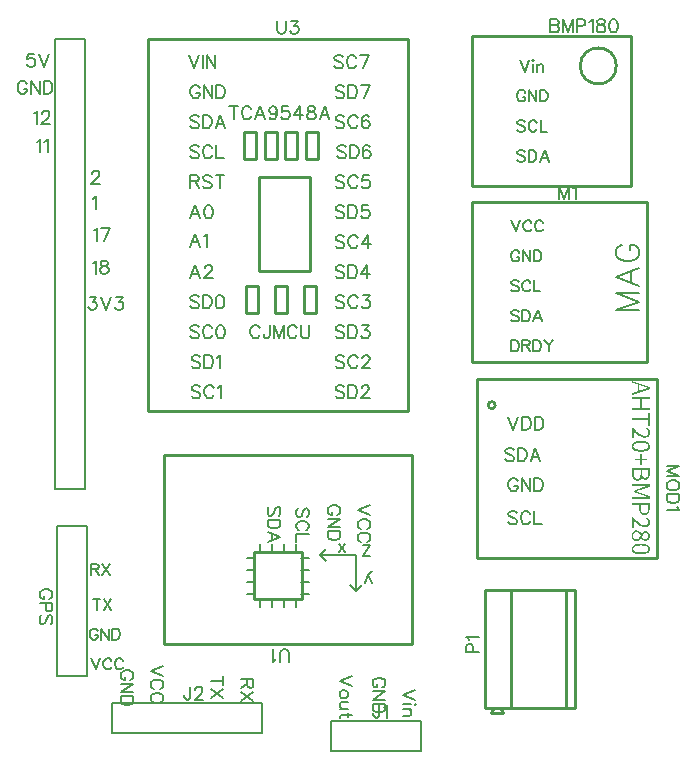
<source format=gto>
G04 Layer: TopSilkscreenLayer*
G04 EasyEDA v6.5.40, 2025-04-08 18:07:50*
G04 f69cb92f1d464a00b3157a5873f4f14e,9a3801b0f1a945d2957c124233de6e5e,10*
G04 Gerber Generator version 0.2*
G04 Scale: 100 percent, Rotated: No, Reflected: No *
G04 Dimensions in millimeters *
G04 leading zeros omitted , absolute positions ,4 integer and 5 decimal *
%FSLAX45Y45*%
%MOMM*%

%ADD10C,0.1524*%
%ADD11C,0.2032*%
%ADD12C,0.2030*%
%ADD13C,0.2030*%
%ADD14C,0.2540*%
%ADD15C,0.0100*%

%LPD*%
G36*
X5924702Y1894992D02*
G01*
X5924702Y1878228D01*
X5971692Y1862988D01*
X5971692Y1858670D01*
X5984900Y1858670D01*
X6015278Y1848815D01*
X6059322Y1835556D01*
X6059322Y1834794D01*
X6021527Y1823466D01*
X6009030Y1819300D01*
X5984900Y1811680D01*
X5984900Y1858670D01*
X5971692Y1858670D01*
X5971692Y1807362D01*
X5924702Y1792630D01*
X5924702Y1774596D01*
X6073546Y1825650D01*
X6073546Y1844192D01*
G37*
G36*
X5924702Y1753260D02*
G01*
X5924702Y1736242D01*
X5995822Y1736242D01*
X5995822Y1664614D01*
X5924702Y1664614D01*
X5924702Y1647596D01*
X6073546Y1647596D01*
X6073546Y1664614D01*
X6010554Y1664614D01*
X6010554Y1736242D01*
X6073546Y1736242D01*
X6073546Y1753260D01*
G37*
G36*
X6059322Y1620672D02*
G01*
X6059322Y1575460D01*
X5924702Y1575460D01*
X5924702Y1558188D01*
X6059322Y1558188D01*
X6059322Y1512722D01*
X6073546Y1512722D01*
X6073546Y1620672D01*
G37*
G36*
X6054242Y1498244D02*
G01*
X6045098Y1488592D01*
X6048705Y1485239D01*
X6052007Y1481734D01*
X6055004Y1478026D01*
X6057595Y1474114D01*
X6059678Y1470050D01*
X6061252Y1465834D01*
X6062268Y1461414D01*
X6062624Y1456842D01*
X6062014Y1450086D01*
X6060287Y1444294D01*
X6057493Y1439418D01*
X6053836Y1435506D01*
X6049314Y1432458D01*
X6044082Y1430324D01*
X6038240Y1429054D01*
X6031890Y1428648D01*
X6028029Y1428800D01*
X6024067Y1429258D01*
X6020003Y1430070D01*
X6015888Y1431188D01*
X6011672Y1432661D01*
X6002985Y1436624D01*
X5998464Y1439113D01*
X5989167Y1445107D01*
X5979363Y1452575D01*
X5969050Y1461465D01*
X5958179Y1471828D01*
X5946698Y1483766D01*
X5934608Y1497228D01*
X5924702Y1497228D01*
X5924702Y1405280D01*
X5938926Y1405280D01*
X5938824Y1453845D01*
X5937656Y1472336D01*
X5947816Y1461820D01*
X5957824Y1452168D01*
X5967577Y1443380D01*
X5977178Y1435557D01*
X5986678Y1428750D01*
X5996025Y1423009D01*
X6005271Y1418488D01*
X6009894Y1416659D01*
X6014466Y1415135D01*
X6019038Y1413967D01*
X6023559Y1413103D01*
X6028131Y1412544D01*
X6032652Y1412392D01*
X6039053Y1412697D01*
X6045047Y1413713D01*
X6050584Y1415338D01*
X6055664Y1417574D01*
X6060236Y1420418D01*
X6064250Y1423822D01*
X6067755Y1427784D01*
X6070701Y1432255D01*
X6072987Y1437233D01*
X6074714Y1442720D01*
X6075730Y1448663D01*
X6076086Y1455064D01*
X6075680Y1461770D01*
X6074511Y1467967D01*
X6072632Y1473708D01*
X6070092Y1479143D01*
X6066942Y1484223D01*
X6063234Y1489049D01*
X6058966Y1493723D01*
G37*
G36*
X5999632Y1384706D02*
G01*
X5990183Y1384503D01*
X5981344Y1383893D01*
X5973165Y1382877D01*
X5965545Y1381506D01*
X5958586Y1379778D01*
X5952236Y1377645D01*
X5946495Y1375206D01*
X5941364Y1372412D01*
X5936843Y1369263D01*
X5932932Y1365859D01*
X5929630Y1362100D01*
X5926937Y1358036D01*
X5924854Y1353667D01*
X5923330Y1349044D01*
X5922467Y1344117D01*
X5922162Y1338986D01*
X5935370Y1338986D01*
X5935776Y1343304D01*
X5937046Y1347368D01*
X5939180Y1351127D01*
X5942228Y1354582D01*
X5946089Y1357731D01*
X5950915Y1360525D01*
X5956655Y1362913D01*
X5963310Y1364945D01*
X5970930Y1366570D01*
X5979515Y1367739D01*
X5989066Y1368450D01*
X5999632Y1368704D01*
X6009995Y1368450D01*
X6019393Y1367739D01*
X6027775Y1366570D01*
X6035243Y1364945D01*
X6041796Y1362913D01*
X6047435Y1360525D01*
X6052108Y1357731D01*
X6055918Y1354582D01*
X6058865Y1351127D01*
X6060948Y1347368D01*
X6062218Y1343304D01*
X6062624Y1338986D01*
X6062218Y1334719D01*
X6060948Y1330706D01*
X6058865Y1326997D01*
X6055918Y1323594D01*
X6052108Y1320546D01*
X6047435Y1317802D01*
X6041796Y1315415D01*
X6035243Y1313434D01*
X6027775Y1311859D01*
X6019393Y1310690D01*
X6009995Y1310030D01*
X5999632Y1309776D01*
X5989066Y1310030D01*
X5979515Y1310690D01*
X5970930Y1311859D01*
X5963310Y1313434D01*
X5956655Y1315415D01*
X5950915Y1317802D01*
X5946089Y1320546D01*
X5942228Y1323594D01*
X5939180Y1326997D01*
X5937046Y1330706D01*
X5935776Y1334719D01*
X5935370Y1338986D01*
X5922162Y1338986D01*
X5922467Y1333906D01*
X5923330Y1329080D01*
X5924854Y1324508D01*
X5926937Y1320241D01*
X5929630Y1316228D01*
X5932932Y1312519D01*
X5936843Y1309116D01*
X5941364Y1305966D01*
X5946495Y1303223D01*
X5952236Y1300784D01*
X5958586Y1298651D01*
X5965545Y1296924D01*
X5973165Y1295552D01*
X5981344Y1294587D01*
X5990183Y1293977D01*
X5999632Y1293774D01*
X6008979Y1293977D01*
X6017717Y1294587D01*
X6025845Y1295552D01*
X6033312Y1296924D01*
X6040221Y1298651D01*
X6046470Y1300784D01*
X6052159Y1303223D01*
X6057188Y1305966D01*
X6061659Y1309116D01*
X6065469Y1312519D01*
X6068720Y1316228D01*
X6071412Y1320241D01*
X6073444Y1324508D01*
X6074918Y1329080D01*
X6075781Y1333906D01*
X6076086Y1338986D01*
X6075781Y1344117D01*
X6074918Y1349044D01*
X6073444Y1353667D01*
X6071412Y1358036D01*
X6068720Y1362100D01*
X6065469Y1365859D01*
X6061659Y1369263D01*
X6057188Y1372412D01*
X6052159Y1375206D01*
X6046470Y1377645D01*
X6040221Y1379778D01*
X6033312Y1381506D01*
X6025845Y1382877D01*
X6017717Y1383893D01*
X6008979Y1384503D01*
G37*
G36*
X5993282Y1275740D02*
G01*
X5993282Y1234338D01*
X5948578Y1234338D01*
X5948578Y1220876D01*
X5993282Y1220876D01*
X5993282Y1179474D01*
X6005728Y1179474D01*
X6005728Y1220876D01*
X6050178Y1220876D01*
X6050178Y1234338D01*
X6005728Y1234338D01*
X6005728Y1275740D01*
G37*
G36*
X5924702Y1151026D02*
G01*
X5924702Y1134262D01*
X6060084Y1134262D01*
X6060084Y1110386D01*
X6059728Y1101902D01*
X6058712Y1094486D01*
X6056934Y1088186D01*
X6054344Y1083056D01*
X6050940Y1078992D01*
X6046571Y1076147D01*
X6041288Y1074369D01*
X6034938Y1073810D01*
X6029401Y1074318D01*
X6024422Y1075944D01*
X6020104Y1078687D01*
X6016447Y1082598D01*
X6013500Y1087780D01*
X6011316Y1094282D01*
X6009995Y1102106D01*
X6009538Y1111402D01*
X6009538Y1134262D01*
X5996584Y1134262D01*
X5996584Y1107338D01*
X5996381Y1100836D01*
X5995873Y1094841D01*
X5994958Y1089355D01*
X5993638Y1084376D01*
X5991961Y1079906D01*
X5989878Y1076045D01*
X5987389Y1072692D01*
X5984544Y1069949D01*
X5981242Y1067765D01*
X5977585Y1066190D01*
X5973419Y1065225D01*
X5968898Y1064920D01*
X5963818Y1065225D01*
X5959195Y1066241D01*
X5955080Y1067816D01*
X5951423Y1070051D01*
X5948273Y1072845D01*
X5945530Y1076198D01*
X5943244Y1080160D01*
X5941364Y1084580D01*
X5939942Y1089558D01*
X5938977Y1094994D01*
X5938367Y1100937D01*
X5938164Y1107338D01*
X5938164Y1134262D01*
X5924702Y1134262D01*
X5924854Y1098651D01*
X5925362Y1092809D01*
X5926226Y1087221D01*
X5927394Y1081938D01*
X5928918Y1076960D01*
X5930798Y1072337D01*
X5933033Y1068019D01*
X5935573Y1064107D01*
X5938418Y1060602D01*
X5941669Y1057452D01*
X5945225Y1054760D01*
X5949137Y1052525D01*
X5953353Y1050747D01*
X5957976Y1049477D01*
X5962853Y1048664D01*
X5968136Y1048410D01*
X5975350Y1048969D01*
X5981801Y1050696D01*
X5987440Y1053388D01*
X5992317Y1057046D01*
X5996432Y1061567D01*
X5999734Y1066850D01*
X6002223Y1072794D01*
X6003950Y1079398D01*
X6004712Y1079398D01*
X6006896Y1074369D01*
X6009690Y1069949D01*
X6013145Y1066139D01*
X6017107Y1062990D01*
X6021578Y1060551D01*
X6026404Y1058722D01*
X6031534Y1057656D01*
X6036970Y1057300D01*
X6043117Y1057706D01*
X6048654Y1058926D01*
X6053632Y1060958D01*
X6057950Y1063701D01*
X6061760Y1067155D01*
X6064961Y1071270D01*
X6067653Y1075994D01*
X6069838Y1081379D01*
X6071463Y1087272D01*
X6072632Y1093724D01*
X6073343Y1100683D01*
X6073546Y1108100D01*
X6073546Y1151026D01*
G37*
G36*
X5924702Y1018692D02*
G01*
X5924702Y1003452D01*
X6015532Y1003503D01*
X6037732Y1004366D01*
X6053734Y1005484D01*
X6053734Y1004468D01*
X6019952Y992784D01*
X5939942Y963574D01*
X5939942Y951890D01*
X6019952Y922934D01*
X6053734Y910996D01*
X6053734Y910234D01*
X6020816Y912063D01*
X6010554Y912266D01*
X5924702Y912266D01*
X5924702Y896772D01*
X6073546Y896772D01*
X6073546Y917346D01*
X5992266Y946556D01*
X5960516Y956716D01*
X5960516Y957732D01*
X5992266Y968654D01*
X6073546Y997864D01*
X6073546Y1018692D01*
G37*
G36*
X5924702Y855116D02*
G01*
X5924702Y838352D01*
X6059830Y838352D01*
X6059678Y809904D01*
X6059220Y803910D01*
X6058357Y798474D01*
X6057138Y793648D01*
X6055512Y789330D01*
X6053480Y785622D01*
X6050940Y782472D01*
X6047943Y779932D01*
X6044387Y777900D01*
X6040323Y776478D01*
X6035649Y775614D01*
X6030366Y775360D01*
X6025083Y775614D01*
X6020358Y776427D01*
X6016091Y777798D01*
X6012332Y779729D01*
X6009030Y782167D01*
X6006185Y785215D01*
X6003848Y788822D01*
X6001918Y792988D01*
X6000445Y797763D01*
X5999429Y803097D01*
X5998819Y808990D01*
X5998616Y815492D01*
X5998616Y838352D01*
X5984900Y838352D01*
X5985052Y807161D01*
X5985560Y801370D01*
X5986424Y795883D01*
X5987643Y790752D01*
X5989218Y785876D01*
X5991098Y781405D01*
X5993384Y777290D01*
X5996025Y773531D01*
X5999022Y770128D01*
X6002375Y767181D01*
X6006084Y764590D01*
X6010198Y762457D01*
X6014669Y760780D01*
X6019495Y759561D01*
X6024727Y758850D01*
X6030366Y758596D01*
X6036106Y758850D01*
X6041390Y759612D01*
X6046216Y760831D01*
X6050635Y762508D01*
X6054547Y764692D01*
X6058103Y767283D01*
X6061202Y770280D01*
X6063945Y773684D01*
X6066332Y777494D01*
X6068314Y781710D01*
X6069990Y786282D01*
X6071311Y791159D01*
X6072276Y796391D01*
X6072987Y801979D01*
X6073394Y807821D01*
X6073546Y813968D01*
X6073546Y855116D01*
G37*
G36*
X6054242Y740562D02*
G01*
X6045098Y730910D01*
X6048705Y727557D01*
X6052007Y724052D01*
X6055004Y720344D01*
X6057595Y716432D01*
X6059678Y712368D01*
X6061252Y708152D01*
X6062268Y703732D01*
X6062624Y699160D01*
X6062014Y692404D01*
X6060287Y686612D01*
X6057493Y681736D01*
X6053836Y677824D01*
X6049314Y674776D01*
X6044082Y672642D01*
X6038240Y671372D01*
X6031890Y670966D01*
X6028029Y671118D01*
X6024067Y671576D01*
X6020003Y672388D01*
X6015888Y673506D01*
X6011672Y674979D01*
X6002985Y678942D01*
X5998464Y681431D01*
X5989167Y687425D01*
X5979363Y694893D01*
X5969050Y703783D01*
X5958179Y714146D01*
X5946698Y726084D01*
X5934608Y739546D01*
X5924702Y739546D01*
X5924702Y647598D01*
X5938926Y647598D01*
X5938824Y696061D01*
X5937656Y714654D01*
X5947816Y704138D01*
X5957824Y694486D01*
X5967577Y685698D01*
X5977178Y677875D01*
X5986678Y671068D01*
X5996025Y665327D01*
X6005271Y660806D01*
X6009894Y658977D01*
X6014466Y657453D01*
X6019038Y656285D01*
X6023559Y655421D01*
X6028131Y654862D01*
X6032652Y654710D01*
X6039053Y655015D01*
X6045047Y656031D01*
X6050584Y657656D01*
X6055664Y659892D01*
X6060236Y662736D01*
X6064250Y666140D01*
X6067755Y670102D01*
X6070701Y674573D01*
X6072987Y679551D01*
X6074714Y685038D01*
X6075730Y690981D01*
X6076086Y697382D01*
X6075680Y704088D01*
X6074511Y710285D01*
X6072632Y716026D01*
X6070092Y721461D01*
X6066942Y726541D01*
X6063234Y731367D01*
X6058966Y736041D01*
G37*
G36*
X5961786Y628040D02*
G01*
X5956147Y627634D01*
X5950813Y626414D01*
X5945835Y624484D01*
X5941263Y621893D01*
X5937046Y618591D01*
X5933287Y614680D01*
X5930036Y610209D01*
X5927293Y605231D01*
X5925108Y599744D01*
X5923483Y593801D01*
X5922518Y587502D01*
X5922162Y580796D01*
X5934354Y580796D01*
X5934913Y587400D01*
X5936488Y593547D01*
X5939078Y599033D01*
X5942482Y603758D01*
X5946648Y607669D01*
X5951474Y610565D01*
X5956909Y612394D01*
X5962802Y613054D01*
X5968288Y612648D01*
X5973470Y611479D01*
X5978398Y609549D01*
X5982970Y607009D01*
X5987237Y603859D01*
X5991148Y600202D01*
X5994704Y596036D01*
X5997854Y591464D01*
X5993536Y580948D01*
X5988559Y570636D01*
X6004712Y570636D01*
X6007354Y577240D01*
X6010249Y583539D01*
X6013450Y589381D01*
X6017056Y594563D01*
X6021222Y598932D01*
X6026048Y602284D01*
X6031585Y604418D01*
X6037986Y605180D01*
X6043371Y604723D01*
X6048248Y603351D01*
X6052515Y601218D01*
X6056172Y598322D01*
X6059119Y594766D01*
X6061303Y590600D01*
X6062675Y585927D01*
X6063132Y580796D01*
X6062573Y574852D01*
X6060948Y569569D01*
X6058408Y565048D01*
X6055055Y561289D01*
X6050940Y558292D01*
X6046317Y556158D01*
X6041186Y554837D01*
X6035700Y554380D01*
X6027267Y555447D01*
X6019241Y558596D01*
X6011672Y563676D01*
X6004712Y570636D01*
X5988559Y570636D01*
X5986475Y566978D01*
X5983782Y563016D01*
X5980836Y559562D01*
X5977585Y556564D01*
X5974029Y554126D01*
X5970066Y552348D01*
X5965647Y551180D01*
X5960770Y550824D01*
X5955233Y551383D01*
X5950204Y552958D01*
X5945733Y555548D01*
X5941822Y559054D01*
X5938672Y563372D01*
X5936335Y568502D01*
X5934862Y574344D01*
X5934354Y580796D01*
X5922162Y580796D01*
X5922518Y574141D01*
X5923483Y567893D01*
X5925108Y562051D01*
X5927293Y556768D01*
X5929985Y551942D01*
X5933186Y547624D01*
X5936843Y543915D01*
X5940907Y540816D01*
X5945327Y538378D01*
X5950051Y536549D01*
X5955030Y535432D01*
X5960262Y535076D01*
X5967476Y535635D01*
X5973876Y537159D01*
X5979566Y539597D01*
X5984595Y542798D01*
X5989015Y546557D01*
X5992926Y550824D01*
X5996330Y555396D01*
X5999378Y560222D01*
X6000394Y560222D01*
X6003290Y556818D01*
X6006693Y553313D01*
X6010656Y549960D01*
X6015075Y546862D01*
X6019952Y544169D01*
X6025134Y542036D01*
X6030671Y540664D01*
X6036462Y540156D01*
X6042050Y540461D01*
X6047282Y541375D01*
X6052210Y542899D01*
X6056782Y545033D01*
X6060897Y547725D01*
X6064605Y550926D01*
X6067806Y554634D01*
X6070498Y558901D01*
X6072682Y563626D01*
X6074257Y568807D01*
X6075222Y574446D01*
X6075578Y580542D01*
X6075273Y586079D01*
X6074359Y591362D01*
X6072835Y596290D01*
X6070803Y600913D01*
X6068212Y605129D01*
X6065164Y608939D01*
X6061608Y612292D01*
X6057646Y615086D01*
X6053277Y617372D01*
X6048552Y619048D01*
X6043422Y620064D01*
X6037986Y620420D01*
X6032398Y620014D01*
X6027166Y618794D01*
X6022340Y616966D01*
X6017920Y614476D01*
X6013856Y611479D01*
X6010198Y608076D01*
X6006896Y604367D01*
X6003950Y600354D01*
X6003188Y600354D01*
X6000140Y605485D01*
X5996432Y610463D01*
X5992164Y615137D01*
X5987237Y619353D01*
X5981750Y622909D01*
X5975705Y625652D01*
X5969000Y627430D01*
G37*
G36*
X5999632Y515518D02*
G01*
X5990183Y515315D01*
X5981344Y514705D01*
X5973165Y513689D01*
X5965545Y512318D01*
X5958586Y510540D01*
X5952236Y508406D01*
X5946495Y505917D01*
X5941364Y503123D01*
X5936843Y499973D01*
X5932932Y496519D01*
X5929630Y492759D01*
X5926937Y488746D01*
X5924854Y484378D01*
X5923330Y479755D01*
X5922467Y474929D01*
X5922162Y469798D01*
X5935370Y469798D01*
X5935776Y474065D01*
X5937046Y478078D01*
X5939180Y481838D01*
X5942228Y485292D01*
X5946089Y488442D01*
X5950915Y491235D01*
X5956655Y493674D01*
X5963310Y495706D01*
X5970930Y497332D01*
X5979515Y498500D01*
X5989066Y499262D01*
X5999632Y499516D01*
X6009995Y499262D01*
X6019393Y498500D01*
X6027775Y497332D01*
X6035243Y495706D01*
X6041796Y493674D01*
X6047435Y491235D01*
X6052108Y488442D01*
X6055918Y485292D01*
X6058865Y481838D01*
X6060948Y478078D01*
X6062218Y474065D01*
X6062624Y469798D01*
X6062218Y465531D01*
X6060948Y461518D01*
X6058865Y457809D01*
X6055918Y454406D01*
X6052108Y451358D01*
X6047435Y448614D01*
X6041796Y446227D01*
X6035243Y444246D01*
X6027775Y442671D01*
X6019393Y441502D01*
X6009995Y440842D01*
X5999632Y440588D01*
X5989066Y440842D01*
X5979515Y441502D01*
X5970930Y442671D01*
X5963310Y444246D01*
X5956655Y446227D01*
X5950915Y448614D01*
X5946089Y451358D01*
X5942228Y454406D01*
X5939180Y457809D01*
X5937046Y461518D01*
X5935776Y465531D01*
X5935370Y469798D01*
X5922162Y469798D01*
X5922467Y464667D01*
X5923330Y459790D01*
X5924854Y455218D01*
X5926937Y450900D01*
X5929630Y446887D01*
X5932932Y443128D01*
X5936843Y439674D01*
X5941364Y436575D01*
X5946495Y433781D01*
X5952236Y431342D01*
X5958586Y429259D01*
X5965545Y427482D01*
X5973165Y426110D01*
X5981344Y425145D01*
X5990183Y424535D01*
X5999632Y424332D01*
X6008979Y424535D01*
X6017717Y425145D01*
X6025845Y426110D01*
X6033312Y427482D01*
X6040221Y429259D01*
X6046470Y431342D01*
X6052159Y433781D01*
X6057188Y436575D01*
X6061659Y439674D01*
X6065469Y443128D01*
X6068720Y446887D01*
X6071412Y450900D01*
X6073444Y455218D01*
X6074918Y459790D01*
X6075781Y464667D01*
X6076086Y469798D01*
X6075781Y474929D01*
X6074918Y479755D01*
X6073444Y484378D01*
X6071412Y488746D01*
X6068720Y492759D01*
X6065469Y496519D01*
X6061659Y499973D01*
X6057188Y503123D01*
X6052159Y505917D01*
X6046470Y508406D01*
X6040221Y510540D01*
X6033312Y512318D01*
X6025845Y513689D01*
X6017717Y514705D01*
X6008979Y515315D01*
G37*
D10*
X4876800Y1588515D02*
G01*
X4918456Y1479550D01*
X4959858Y1588515D02*
G01*
X4918456Y1479550D01*
X4994147Y1588515D02*
G01*
X4994147Y1479550D01*
X4994147Y1588515D02*
G01*
X5030470Y1588515D01*
X5046218Y1583436D01*
X5056631Y1573021D01*
X5061711Y1562607D01*
X5067045Y1546860D01*
X5067045Y1520952D01*
X5061711Y1505457D01*
X5056631Y1495044D01*
X5046218Y1484629D01*
X5030470Y1479550D01*
X4994147Y1479550D01*
X5101336Y1588515D02*
G01*
X5101336Y1479550D01*
X5101336Y1588515D02*
G01*
X5137658Y1588515D01*
X5153152Y1583436D01*
X5163565Y1573021D01*
X5168900Y1562607D01*
X5173979Y1546860D01*
X5173979Y1520952D01*
X5168900Y1505457D01*
X5163565Y1495044D01*
X5153152Y1484629D01*
X5137658Y1479550D01*
X5101336Y1479550D01*
X4954777Y1041907D02*
G01*
X4949443Y1052321D01*
X4939029Y1062736D01*
X4928870Y1067815D01*
X4908041Y1067815D01*
X4897627Y1062736D01*
X4887213Y1052321D01*
X4881879Y1041907D01*
X4876800Y1026160D01*
X4876800Y1000252D01*
X4881879Y984757D01*
X4887213Y974344D01*
X4897627Y963929D01*
X4908041Y958850D01*
X4928870Y958850D01*
X4939029Y963929D01*
X4949443Y974344D01*
X4954777Y984757D01*
X4954777Y1000252D01*
X4928870Y1000252D02*
G01*
X4954777Y1000252D01*
X4989068Y1067815D02*
G01*
X4989068Y958850D01*
X4989068Y1067815D02*
G01*
X5061711Y958850D01*
X5061711Y1067815D02*
G01*
X5061711Y958850D01*
X5096002Y1067815D02*
G01*
X5096002Y958850D01*
X5096002Y1067815D02*
G01*
X5132324Y1067815D01*
X5148072Y1062736D01*
X5158486Y1052321D01*
X5163565Y1041907D01*
X5168900Y1026160D01*
X5168900Y1000252D01*
X5163565Y984757D01*
X5158486Y974344D01*
X5148072Y963929D01*
X5132324Y958850D01*
X5096002Y958850D01*
X4924043Y1306321D02*
G01*
X4913629Y1316736D01*
X4898136Y1321815D01*
X4877308Y1321815D01*
X4861813Y1316736D01*
X4851400Y1306321D01*
X4851400Y1295907D01*
X4856479Y1285494D01*
X4861813Y1280160D01*
X4872227Y1275079D01*
X4903470Y1264665D01*
X4913629Y1259586D01*
X4918963Y1254252D01*
X4924043Y1243837D01*
X4924043Y1228344D01*
X4913629Y1217929D01*
X4898136Y1212850D01*
X4877308Y1212850D01*
X4861813Y1217929D01*
X4851400Y1228344D01*
X4958334Y1321815D02*
G01*
X4958334Y1212850D01*
X4958334Y1321815D02*
G01*
X4994909Y1321815D01*
X5010404Y1316736D01*
X5020818Y1306321D01*
X5025897Y1295907D01*
X5031231Y1280160D01*
X5031231Y1254252D01*
X5025897Y1238757D01*
X5020818Y1228344D01*
X5010404Y1217929D01*
X4994909Y1212850D01*
X4958334Y1212850D01*
X5106924Y1321815D02*
G01*
X5065522Y1212850D01*
X5106924Y1321815D02*
G01*
X5148579Y1212850D01*
X5081015Y1249171D02*
G01*
X5133086Y1249171D01*
X4949443Y772921D02*
G01*
X4939029Y783336D01*
X4923536Y788415D01*
X4902708Y788415D01*
X4887213Y783336D01*
X4876800Y772921D01*
X4876800Y762507D01*
X4881879Y752094D01*
X4887213Y746760D01*
X4897627Y741679D01*
X4928870Y731265D01*
X4939029Y726186D01*
X4944363Y720852D01*
X4949443Y710437D01*
X4949443Y694944D01*
X4939029Y684529D01*
X4923536Y679450D01*
X4902708Y679450D01*
X4887213Y684529D01*
X4876800Y694944D01*
X5061711Y762507D02*
G01*
X5056631Y772921D01*
X5046218Y783336D01*
X5035804Y788415D01*
X5014975Y788415D01*
X5004561Y783336D01*
X4994147Y772921D01*
X4989068Y762507D01*
X4983734Y746760D01*
X4983734Y720852D01*
X4989068Y705357D01*
X4994147Y694944D01*
X5004561Y684529D01*
X5014975Y679450D01*
X5035804Y679450D01*
X5046218Y684529D01*
X5056631Y694944D01*
X5061711Y705357D01*
X5096002Y788415D02*
G01*
X5096002Y679450D01*
X5096002Y679450D02*
G01*
X5158486Y679450D01*
X3709415Y838200D02*
G01*
X3600450Y796544D01*
X3709415Y755142D02*
G01*
X3600450Y796544D01*
X3683508Y642873D02*
G01*
X3693922Y647954D01*
X3704336Y658368D01*
X3709415Y668781D01*
X3709415Y689610D01*
X3704336Y700023D01*
X3693922Y710437D01*
X3683508Y715518D01*
X3667759Y720852D01*
X3641852Y720852D01*
X3626358Y715518D01*
X3615943Y710437D01*
X3605529Y700023D01*
X3600450Y689610D01*
X3600450Y668781D01*
X3605529Y658368D01*
X3615943Y647954D01*
X3626358Y642873D01*
X3683508Y530605D02*
G01*
X3693922Y535939D01*
X3704336Y546100D01*
X3709415Y556513D01*
X3709415Y577342D01*
X3704336Y587755D01*
X3693922Y598170D01*
X3683508Y603250D01*
X3667759Y608584D01*
X3641852Y608584D01*
X3626358Y603250D01*
X3615943Y598170D01*
X3605529Y587755D01*
X3600450Y577342D01*
X3600450Y556513D01*
X3605529Y546100D01*
X3615943Y535939D01*
X3626358Y530605D01*
X3429508Y760221D02*
G01*
X3439922Y765555D01*
X3450336Y775970D01*
X3455415Y786129D01*
X3455415Y806957D01*
X3450336Y817371D01*
X3439922Y827786D01*
X3429508Y833120D01*
X3413759Y838200D01*
X3387852Y838200D01*
X3372358Y833120D01*
X3361943Y827786D01*
X3351529Y817371D01*
X3346450Y806957D01*
X3346450Y786129D01*
X3351529Y775970D01*
X3361943Y765555D01*
X3372358Y760221D01*
X3387852Y760221D01*
X3387852Y786129D02*
G01*
X3387852Y760221D01*
X3455415Y725931D02*
G01*
X3346450Y725931D01*
X3455415Y725931D02*
G01*
X3346450Y653287D01*
X3455415Y653287D02*
G01*
X3346450Y653287D01*
X3455415Y618997D02*
G01*
X3346450Y618997D01*
X3455415Y618997D02*
G01*
X3455415Y582676D01*
X3450336Y566928D01*
X3439922Y556513D01*
X3429508Y551434D01*
X3413759Y546100D01*
X3387852Y546100D01*
X3372358Y551434D01*
X3361943Y556513D01*
X3351529Y566928D01*
X3346450Y582676D01*
X3346450Y618997D01*
X3173222Y740155D02*
G01*
X3183636Y750570D01*
X3188715Y766063D01*
X3188715Y786892D01*
X3183636Y802386D01*
X3173222Y812800D01*
X3162808Y812800D01*
X3152393Y807720D01*
X3147059Y802386D01*
X3141979Y791971D01*
X3131565Y760729D01*
X3126486Y750570D01*
X3121152Y745236D01*
X3110738Y740155D01*
X3095243Y740155D01*
X3084829Y750570D01*
X3079750Y766063D01*
X3079750Y786892D01*
X3084829Y802386D01*
X3095243Y812800D01*
X3162808Y627887D02*
G01*
X3173222Y632968D01*
X3183636Y643381D01*
X3188715Y653795D01*
X3188715Y674623D01*
X3183636Y685037D01*
X3173222Y695452D01*
X3162808Y700531D01*
X3147059Y705865D01*
X3121152Y705865D01*
X3105658Y700531D01*
X3095243Y695452D01*
X3084829Y685037D01*
X3079750Y674623D01*
X3079750Y653795D01*
X3084829Y643381D01*
X3095243Y632968D01*
X3105658Y627887D01*
X3188715Y593597D02*
G01*
X3079750Y593597D01*
X3079750Y593597D02*
G01*
X3079750Y531113D01*
X2931922Y752855D02*
G01*
X2942336Y763270D01*
X2947415Y778763D01*
X2947415Y799592D01*
X2942336Y815086D01*
X2931922Y825500D01*
X2921508Y825500D01*
X2911093Y820420D01*
X2905759Y815086D01*
X2900679Y804671D01*
X2890265Y773429D01*
X2885186Y763270D01*
X2879852Y757936D01*
X2869438Y752855D01*
X2853943Y752855D01*
X2843529Y763270D01*
X2838450Y778763D01*
X2838450Y799592D01*
X2843529Y815086D01*
X2853943Y825500D01*
X2947415Y718565D02*
G01*
X2838450Y718565D01*
X2947415Y718565D02*
G01*
X2947415Y681989D01*
X2942336Y666495D01*
X2931922Y656081D01*
X2921508Y651002D01*
X2905759Y645668D01*
X2879852Y645668D01*
X2864358Y651002D01*
X2853943Y656081D01*
X2843529Y666495D01*
X2838450Y681989D01*
X2838450Y718565D01*
X2947415Y569976D02*
G01*
X2838450Y611378D01*
X2947415Y569976D02*
G01*
X2838450Y528320D01*
X2874772Y595884D02*
G01*
X2874772Y543813D01*
X3810508Y-700278D02*
G01*
X3820922Y-694944D01*
X3831336Y-684529D01*
X3836415Y-674370D01*
X3836415Y-653542D01*
X3831336Y-643128D01*
X3820922Y-632713D01*
X3810508Y-627379D01*
X3794759Y-622300D01*
X3768852Y-622300D01*
X3753358Y-627379D01*
X3742943Y-632713D01*
X3732529Y-643128D01*
X3727450Y-653542D01*
X3727450Y-674370D01*
X3732529Y-684529D01*
X3742943Y-694944D01*
X3753358Y-700278D01*
X3768852Y-700278D01*
X3768852Y-674370D02*
G01*
X3768852Y-700278D01*
X3836415Y-734568D02*
G01*
X3727450Y-734568D01*
X3836415Y-734568D02*
G01*
X3727450Y-807212D01*
X3836415Y-807212D02*
G01*
X3727450Y-807212D01*
X3836415Y-841502D02*
G01*
X3727450Y-841502D01*
X3836415Y-841502D02*
G01*
X3836415Y-877823D01*
X3831336Y-893571D01*
X3820922Y-903986D01*
X3810508Y-909065D01*
X3794759Y-914400D01*
X3768852Y-914400D01*
X3753358Y-909065D01*
X3742943Y-903986D01*
X3732529Y-893571D01*
X3727450Y-877823D01*
X3727450Y-841502D01*
X4090415Y-723900D02*
G01*
X3981450Y-765555D01*
X4090415Y-806957D02*
G01*
X3981450Y-765555D01*
X4090415Y-841247D02*
G01*
X4085336Y-846581D01*
X4090415Y-851662D01*
X4095750Y-846581D01*
X4090415Y-841247D01*
X4054093Y-846581D02*
G01*
X3981450Y-846581D01*
X4054093Y-885952D02*
G01*
X3981450Y-885952D01*
X4033265Y-885952D02*
G01*
X4048759Y-901700D01*
X4054093Y-911860D01*
X4054093Y-927607D01*
X4048759Y-938021D01*
X4033265Y-943102D01*
X3981450Y-943102D01*
X3557015Y-609600D02*
G01*
X3448050Y-651255D01*
X3557015Y-692657D02*
G01*
X3448050Y-651255D01*
X3520693Y-753110D02*
G01*
X3515359Y-742695D01*
X3505200Y-732281D01*
X3489452Y-726947D01*
X3479038Y-726947D01*
X3463543Y-732281D01*
X3453129Y-742695D01*
X3448050Y-753110D01*
X3448050Y-768604D01*
X3453129Y-779018D01*
X3463543Y-789431D01*
X3479038Y-794512D01*
X3489452Y-794512D01*
X3505200Y-789431D01*
X3515359Y-779018D01*
X3520693Y-768604D01*
X3520693Y-753110D01*
X3520693Y-828802D02*
G01*
X3468624Y-828802D01*
X3453129Y-834136D01*
X3448050Y-844550D01*
X3448050Y-860044D01*
X3453129Y-870457D01*
X3468624Y-885952D01*
X3520693Y-885952D02*
G01*
X3448050Y-885952D01*
X3557015Y-935989D02*
G01*
X3468624Y-935989D01*
X3453129Y-941070D01*
X3448050Y-951484D01*
X3448050Y-961897D01*
X3520693Y-920242D02*
G01*
X3520693Y-956563D01*
X1676907Y-636778D02*
G01*
X1687321Y-631444D01*
X1697736Y-621029D01*
X1702815Y-610870D01*
X1702815Y-590042D01*
X1697736Y-579628D01*
X1687321Y-569213D01*
X1676907Y-563879D01*
X1661160Y-558800D01*
X1635252Y-558800D01*
X1619757Y-563879D01*
X1609344Y-569213D01*
X1598929Y-579628D01*
X1593850Y-590042D01*
X1593850Y-610870D01*
X1598929Y-621029D01*
X1609344Y-631444D01*
X1619757Y-636778D01*
X1635252Y-636778D01*
X1635252Y-610870D02*
G01*
X1635252Y-636778D01*
X1702815Y-671068D02*
G01*
X1593850Y-671068D01*
X1702815Y-671068D02*
G01*
X1593850Y-743712D01*
X1702815Y-743712D02*
G01*
X1593850Y-743712D01*
X1702815Y-778002D02*
G01*
X1593850Y-778002D01*
X1702815Y-778002D02*
G01*
X1702815Y-814323D01*
X1697736Y-830071D01*
X1687321Y-840486D01*
X1676907Y-845565D01*
X1661160Y-850900D01*
X1635252Y-850900D01*
X1619757Y-845565D01*
X1609344Y-840486D01*
X1598929Y-830071D01*
X1593850Y-814323D01*
X1593850Y-778002D01*
X1956815Y-520700D02*
G01*
X1847850Y-562355D01*
X1956815Y-603757D02*
G01*
X1847850Y-562355D01*
X1930908Y-716026D02*
G01*
X1941322Y-710945D01*
X1951736Y-700531D01*
X1956815Y-690118D01*
X1956815Y-669289D01*
X1951736Y-658876D01*
X1941322Y-648462D01*
X1930908Y-643381D01*
X1915160Y-638047D01*
X1889252Y-638047D01*
X1873757Y-643381D01*
X1863344Y-648462D01*
X1852929Y-658876D01*
X1847850Y-669289D01*
X1847850Y-690118D01*
X1852929Y-700531D01*
X1863344Y-710945D01*
X1873757Y-716026D01*
X1930908Y-828294D02*
G01*
X1941322Y-822960D01*
X1951736Y-812800D01*
X1956815Y-802386D01*
X1956815Y-781557D01*
X1951736Y-771144D01*
X1941322Y-760729D01*
X1930908Y-755650D01*
X1915160Y-750315D01*
X1889252Y-750315D01*
X1873757Y-755650D01*
X1863344Y-760729D01*
X1852929Y-771144D01*
X1847850Y-781557D01*
X1847850Y-802386D01*
X1852929Y-812800D01*
X1863344Y-822960D01*
X1873757Y-828294D01*
X2464815Y-645921D02*
G01*
X2355850Y-645921D01*
X2464815Y-609600D02*
G01*
X2464815Y-682244D01*
X2464815Y-716534D02*
G01*
X2355850Y-789431D01*
X2464815Y-789431D02*
G01*
X2355850Y-716534D01*
X2718815Y-635000D02*
G01*
X2609850Y-635000D01*
X2718815Y-635000D02*
G01*
X2718815Y-681736D01*
X2713736Y-697229D01*
X2708402Y-702563D01*
X2697988Y-707644D01*
X2687574Y-707644D01*
X2677159Y-702563D01*
X2672079Y-697229D01*
X2667000Y-681736D01*
X2667000Y-635000D01*
X2667000Y-671321D02*
G01*
X2609850Y-707644D01*
X2718815Y-741934D02*
G01*
X2609850Y-814831D01*
X2718815Y-814831D02*
G01*
X2609850Y-741934D01*
D11*
X1346200Y-453389D02*
G01*
X1382521Y-548894D01*
X1418844Y-453389D02*
G01*
X1382521Y-548894D01*
X1517142Y-476250D02*
G01*
X1512570Y-467105D01*
X1503426Y-457962D01*
X1494281Y-453389D01*
X1476247Y-453389D01*
X1467104Y-457962D01*
X1457960Y-467105D01*
X1453387Y-476250D01*
X1448815Y-489712D01*
X1448815Y-512571D01*
X1453387Y-526287D01*
X1457960Y-535178D01*
X1467104Y-544321D01*
X1476247Y-548894D01*
X1494281Y-548894D01*
X1503426Y-544321D01*
X1512570Y-535178D01*
X1517142Y-526287D01*
X1615186Y-476250D02*
G01*
X1610868Y-467105D01*
X1601723Y-457962D01*
X1592579Y-453389D01*
X1574292Y-453389D01*
X1565402Y-457962D01*
X1556257Y-467105D01*
X1551686Y-476250D01*
X1547113Y-489712D01*
X1547113Y-512571D01*
X1551686Y-526287D01*
X1556257Y-535178D01*
X1565402Y-544321D01*
X1574292Y-548894D01*
X1592579Y-548894D01*
X1601723Y-544321D01*
X1610868Y-535178D01*
X1615186Y-526287D01*
X1401571Y-226568D02*
G01*
X1397254Y-217423D01*
X1388110Y-208534D01*
X1378965Y-203962D01*
X1360678Y-203962D01*
X1351787Y-208534D01*
X1342644Y-217423D01*
X1338071Y-226568D01*
X1333500Y-240284D01*
X1333500Y-262889D01*
X1338071Y-276605D01*
X1342644Y-285750D01*
X1351787Y-294894D01*
X1360678Y-299465D01*
X1378965Y-299465D01*
X1388110Y-294894D01*
X1397254Y-285750D01*
X1401571Y-276605D01*
X1401571Y-262889D01*
X1378965Y-262889D02*
G01*
X1401571Y-262889D01*
X1431797Y-203962D02*
G01*
X1431797Y-299465D01*
X1431797Y-203962D02*
G01*
X1495297Y-299465D01*
X1495297Y-203962D02*
G01*
X1495297Y-299465D01*
X1525270Y-203962D02*
G01*
X1525270Y-299465D01*
X1525270Y-203962D02*
G01*
X1557020Y-203962D01*
X1570736Y-208534D01*
X1579879Y-217423D01*
X1584452Y-226568D01*
X1589023Y-240284D01*
X1589023Y-262889D01*
X1584452Y-276605D01*
X1579879Y-285750D01*
X1570736Y-294894D01*
X1557020Y-299465D01*
X1525270Y-299465D01*
X1390650Y50037D02*
G01*
X1390650Y-45465D01*
X1358900Y50037D02*
G01*
X1422654Y50037D01*
X1452626Y50037D02*
G01*
X1516126Y-45465D01*
X1516126Y50037D02*
G01*
X1452626Y-45465D01*
X1346200Y342137D02*
G01*
X1346200Y246634D01*
X1346200Y342137D02*
G01*
X1387094Y342137D01*
X1400810Y337565D01*
X1405381Y332994D01*
X1409954Y324104D01*
X1409954Y314960D01*
X1405381Y305815D01*
X1400810Y301244D01*
X1387094Y296671D01*
X1346200Y296671D01*
X1377950Y296671D02*
G01*
X1409954Y246634D01*
X1439926Y342137D02*
G01*
X1503426Y246634D01*
X1503426Y342137D02*
G01*
X1439926Y246634D01*
X862329Y4661915D02*
G01*
X810513Y4661915D01*
X805179Y4615179D01*
X810513Y4620260D01*
X826007Y4625594D01*
X841755Y4625594D01*
X857250Y4620260D01*
X867663Y4610100D01*
X872744Y4594352D01*
X872744Y4583937D01*
X867663Y4568444D01*
X857250Y4558029D01*
X841755Y4552950D01*
X826007Y4552950D01*
X810513Y4558029D01*
X805179Y4563110D01*
X800100Y4573523D01*
X907034Y4661915D02*
G01*
X948689Y4552950D01*
X990345Y4661915D02*
G01*
X948689Y4552950D01*
X801878Y4407407D02*
G01*
X796544Y4417821D01*
X786129Y4428236D01*
X775970Y4433315D01*
X755142Y4433315D01*
X744728Y4428236D01*
X734313Y4417821D01*
X728979Y4407407D01*
X723900Y4391660D01*
X723900Y4365752D01*
X728979Y4350257D01*
X734313Y4339844D01*
X744728Y4329429D01*
X755142Y4324350D01*
X775970Y4324350D01*
X786129Y4329429D01*
X796544Y4339844D01*
X801878Y4350257D01*
X801878Y4365752D01*
X775970Y4365752D02*
G01*
X801878Y4365752D01*
X836168Y4433315D02*
G01*
X836168Y4324350D01*
X836168Y4433315D02*
G01*
X908812Y4324350D01*
X908812Y4433315D02*
G01*
X908812Y4324350D01*
X943102Y4433315D02*
G01*
X943102Y4324350D01*
X943102Y4433315D02*
G01*
X979423Y4433315D01*
X995171Y4428236D01*
X1005586Y4417821D01*
X1010665Y4407407D01*
X1016000Y4391660D01*
X1016000Y4365752D01*
X1010665Y4350257D01*
X1005586Y4339844D01*
X995171Y4329429D01*
X979423Y4324350D01*
X943102Y4324350D01*
X863600Y4158487D02*
G01*
X874013Y4163821D01*
X889507Y4179315D01*
X889507Y4070350D01*
X929131Y4153407D02*
G01*
X929131Y4158487D01*
X934212Y4168902D01*
X939545Y4174236D01*
X949960Y4179315D01*
X970534Y4179315D01*
X980947Y4174236D01*
X986281Y4168902D01*
X991362Y4158487D01*
X991362Y4148073D01*
X986281Y4137660D01*
X975868Y4122165D01*
X923797Y4070350D01*
X996695Y4070350D01*
X889000Y3917187D02*
G01*
X899413Y3922521D01*
X914907Y3938015D01*
X914907Y3829050D01*
X949197Y3917187D02*
G01*
X959612Y3922521D01*
X975360Y3938015D01*
X975360Y3829050D01*
X1351279Y3645407D02*
G01*
X1351279Y3650487D01*
X1356613Y3660902D01*
X1361694Y3666236D01*
X1372107Y3671315D01*
X1392936Y3671315D01*
X1403350Y3666236D01*
X1408429Y3660902D01*
X1413763Y3650487D01*
X1413763Y3640073D01*
X1408429Y3629660D01*
X1398270Y3614165D01*
X1346200Y3562350D01*
X1418844Y3562350D01*
X1358900Y3434587D02*
G01*
X1369313Y3439921D01*
X1384807Y3455415D01*
X1384807Y3346450D01*
X1331213Y2604515D02*
G01*
X1388363Y2604515D01*
X1357121Y2562860D01*
X1372870Y2562860D01*
X1383029Y2557779D01*
X1388363Y2552700D01*
X1393444Y2536952D01*
X1393444Y2526537D01*
X1388363Y2511044D01*
X1377950Y2500629D01*
X1362455Y2495550D01*
X1346707Y2495550D01*
X1331213Y2500629D01*
X1325879Y2505710D01*
X1320800Y2516123D01*
X1427734Y2604515D02*
G01*
X1469389Y2495550D01*
X1511045Y2604515D02*
G01*
X1469389Y2495550D01*
X1555750Y2604515D02*
G01*
X1612900Y2604515D01*
X1581657Y2562860D01*
X1597152Y2562860D01*
X1607565Y2557779D01*
X1612900Y2552700D01*
X1617979Y2536952D01*
X1617979Y2526537D01*
X1612900Y2511044D01*
X1602486Y2500629D01*
X1586737Y2495550D01*
X1571244Y2495550D01*
X1555750Y2500629D01*
X1550415Y2505710D01*
X1545336Y2516123D01*
X1371600Y3167887D02*
G01*
X1382013Y3173221D01*
X1397507Y3188715D01*
X1397507Y3079750D01*
X1504695Y3188715D02*
G01*
X1452626Y3079750D01*
X1431797Y3188715D02*
G01*
X1504695Y3188715D01*
X1358900Y2888487D02*
G01*
X1369313Y2893821D01*
X1384807Y2909315D01*
X1384807Y2800350D01*
X1445260Y2909315D02*
G01*
X1429512Y2904236D01*
X1424431Y2893821D01*
X1424431Y2883407D01*
X1429512Y2872994D01*
X1439926Y2867660D01*
X1460754Y2862579D01*
X1476247Y2857500D01*
X1486662Y2847086D01*
X1491995Y2836671D01*
X1491995Y2820923D01*
X1486662Y2810510D01*
X1481581Y2805429D01*
X1465834Y2800350D01*
X1445260Y2800350D01*
X1429512Y2805429D01*
X1424431Y2810510D01*
X1419097Y2820923D01*
X1419097Y2836671D01*
X1424431Y2847086D01*
X1434845Y2857500D01*
X1450339Y2862579D01*
X1471168Y2867660D01*
X1481581Y2872994D01*
X1486662Y2883407D01*
X1486662Y2893821D01*
X1481581Y2904236D01*
X1465834Y2909315D01*
X1445260Y2909315D01*
D10*
X991107Y49021D02*
G01*
X1001521Y54355D01*
X1011936Y64770D01*
X1017015Y74929D01*
X1017015Y95757D01*
X1011936Y106171D01*
X1001521Y116586D01*
X991107Y121920D01*
X975360Y127000D01*
X949452Y127000D01*
X933957Y121920D01*
X923544Y116586D01*
X913129Y106171D01*
X908050Y95757D01*
X908050Y74929D01*
X913129Y64770D01*
X923544Y54355D01*
X933957Y49021D01*
X949452Y49021D01*
X949452Y74929D02*
G01*
X949452Y49021D01*
X1017015Y14731D02*
G01*
X908050Y14731D01*
X1017015Y14731D02*
G01*
X1017015Y-32004D01*
X1011936Y-47497D01*
X1006602Y-52831D01*
X996187Y-57912D01*
X980694Y-57912D01*
X970279Y-52831D01*
X965200Y-47497D01*
X959865Y-32004D01*
X959865Y14731D01*
X1001521Y-165100D02*
G01*
X1011936Y-154686D01*
X1017015Y-138937D01*
X1017015Y-118110D01*
X1011936Y-102615D01*
X1001521Y-92202D01*
X991107Y-92202D01*
X980694Y-97536D01*
X975360Y-102615D01*
X970279Y-113029D01*
X959865Y-144271D01*
X954786Y-154686D01*
X949452Y-159765D01*
X939037Y-165100D01*
X923544Y-165100D01*
X913129Y-154686D01*
X908050Y-138937D01*
X908050Y-118110D01*
X913129Y-102615D01*
X923544Y-92202D01*
X3785870Y-849884D02*
G01*
X3785870Y-932942D01*
X3780536Y-948689D01*
X3775456Y-953770D01*
X3765041Y-958850D01*
X3754627Y-958850D01*
X3744213Y-953770D01*
X3738879Y-948689D01*
X3733800Y-932942D01*
X3733800Y-922528D01*
X3820159Y-870712D02*
G01*
X3830320Y-865378D01*
X3846068Y-849884D01*
X3846068Y-958850D01*
X2185670Y-697484D02*
G01*
X2185670Y-780542D01*
X2180336Y-796289D01*
X2175256Y-801370D01*
X2164841Y-806450D01*
X2154427Y-806450D01*
X2144013Y-801370D01*
X2138679Y-796289D01*
X2133600Y-780542D01*
X2133600Y-770128D01*
X2225040Y-723392D02*
G01*
X2225040Y-718312D01*
X2230120Y-707897D01*
X2235454Y-702563D01*
X2245868Y-697484D01*
X2266695Y-697484D01*
X2277109Y-702563D01*
X2282190Y-707897D01*
X2287270Y-718312D01*
X2287270Y-728726D01*
X2282190Y-739139D01*
X2271775Y-754634D01*
X2219959Y-806450D01*
X2292604Y-806450D01*
X5308600Y3544315D02*
G01*
X5308600Y3435350D01*
X5308600Y3544315D02*
G01*
X5350256Y3435350D01*
X5391658Y3544315D02*
G01*
X5350256Y3435350D01*
X5391658Y3544315D02*
G01*
X5391658Y3435350D01*
X5425947Y3523487D02*
G01*
X5436361Y3528821D01*
X5452109Y3544315D01*
X5452109Y3435350D01*
D11*
X4902200Y3255010D02*
G01*
X4938522Y3159505D01*
X4974843Y3255010D02*
G01*
X4938522Y3159505D01*
X5073141Y3232150D02*
G01*
X5068570Y3241294D01*
X5059425Y3250437D01*
X5050281Y3255010D01*
X5032247Y3255010D01*
X5023104Y3250437D01*
X5013959Y3241294D01*
X5009388Y3232150D01*
X5004815Y3218687D01*
X5004815Y3195828D01*
X5009388Y3182112D01*
X5013959Y3173221D01*
X5023104Y3164078D01*
X5032247Y3159505D01*
X5050281Y3159505D01*
X5059425Y3164078D01*
X5068570Y3173221D01*
X5073141Y3182112D01*
X5171186Y3232150D02*
G01*
X5166868Y3241294D01*
X5157724Y3250437D01*
X5148579Y3255010D01*
X5130291Y3255010D01*
X5121402Y3250437D01*
X5112258Y3241294D01*
X5107686Y3232150D01*
X5103113Y3218687D01*
X5103113Y3195828D01*
X5107686Y3182112D01*
X5112258Y3173221D01*
X5121402Y3164078D01*
X5130291Y3159505D01*
X5148579Y3159505D01*
X5157724Y3164078D01*
X5166868Y3173221D01*
X5171186Y3182112D01*
X4970272Y2978150D02*
G01*
X4965954Y2987294D01*
X4956809Y2996437D01*
X4947665Y3001010D01*
X4929377Y3001010D01*
X4920488Y2996437D01*
X4911343Y2987294D01*
X4906772Y2978150D01*
X4902200Y2964687D01*
X4902200Y2941828D01*
X4906772Y2928112D01*
X4911343Y2919221D01*
X4920488Y2910078D01*
X4929377Y2905505D01*
X4947665Y2905505D01*
X4956809Y2910078D01*
X4965954Y2919221D01*
X4970272Y2928112D01*
X4970272Y2941828D01*
X4947665Y2941828D02*
G01*
X4970272Y2941828D01*
X5000497Y3001010D02*
G01*
X5000497Y2905505D01*
X5000497Y3001010D02*
G01*
X5063997Y2905505D01*
X5063997Y3001010D02*
G01*
X5063997Y2905505D01*
X5093970Y3001010D02*
G01*
X5093970Y2905505D01*
X5093970Y3001010D02*
G01*
X5125720Y3001010D01*
X5139436Y2996437D01*
X5148579Y2987294D01*
X5153152Y2978150D01*
X5157724Y2964687D01*
X5157724Y2941828D01*
X5153152Y2928112D01*
X5148579Y2919221D01*
X5139436Y2910078D01*
X5125720Y2905505D01*
X5093970Y2905505D01*
X4965954Y2733294D02*
G01*
X4956809Y2742437D01*
X4943093Y2747010D01*
X4924806Y2747010D01*
X4911343Y2742437D01*
X4902200Y2733294D01*
X4902200Y2724150D01*
X4906772Y2715005D01*
X4911343Y2710687D01*
X4920488Y2706115D01*
X4947665Y2696971D01*
X4956809Y2692400D01*
X4961381Y2687828D01*
X4965954Y2678684D01*
X4965954Y2665221D01*
X4956809Y2656078D01*
X4943093Y2651505D01*
X4924806Y2651505D01*
X4911343Y2656078D01*
X4902200Y2665221D01*
X5063997Y2724150D02*
G01*
X5059425Y2733294D01*
X5050281Y2742437D01*
X5041391Y2747010D01*
X5023104Y2747010D01*
X5013959Y2742437D01*
X5004815Y2733294D01*
X5000497Y2724150D01*
X4995925Y2710687D01*
X4995925Y2687828D01*
X5000497Y2674112D01*
X5004815Y2665221D01*
X5013959Y2656078D01*
X5023104Y2651505D01*
X5041391Y2651505D01*
X5050281Y2656078D01*
X5059425Y2665221D01*
X5063997Y2674112D01*
X5093970Y2747010D02*
G01*
X5093970Y2651505D01*
X5093970Y2651505D02*
G01*
X5148579Y2651505D01*
X4965954Y2479294D02*
G01*
X4956809Y2488437D01*
X4943093Y2493010D01*
X4924806Y2493010D01*
X4911343Y2488437D01*
X4902200Y2479294D01*
X4902200Y2470150D01*
X4906772Y2461005D01*
X4911343Y2456687D01*
X4920488Y2452115D01*
X4947665Y2442971D01*
X4956809Y2438400D01*
X4961381Y2433828D01*
X4965954Y2424684D01*
X4965954Y2411221D01*
X4956809Y2402078D01*
X4943093Y2397505D01*
X4924806Y2397505D01*
X4911343Y2402078D01*
X4902200Y2411221D01*
X4995925Y2493010D02*
G01*
X4995925Y2397505D01*
X4995925Y2493010D02*
G01*
X5027675Y2493010D01*
X5041391Y2488437D01*
X5050281Y2479294D01*
X5054854Y2470150D01*
X5059425Y2456687D01*
X5059425Y2433828D01*
X5054854Y2420112D01*
X5050281Y2411221D01*
X5041391Y2402078D01*
X5027675Y2397505D01*
X4995925Y2397505D01*
X5125720Y2493010D02*
G01*
X5089397Y2397505D01*
X5125720Y2493010D02*
G01*
X5162295Y2397505D01*
X5103113Y2429255D02*
G01*
X5148579Y2429255D01*
X4902200Y2239010D02*
G01*
X4902200Y2143505D01*
X4902200Y2239010D02*
G01*
X4933950Y2239010D01*
X4947665Y2234437D01*
X4956809Y2225294D01*
X4961381Y2216150D01*
X4965954Y2202687D01*
X4965954Y2179828D01*
X4961381Y2166112D01*
X4956809Y2157221D01*
X4947665Y2148078D01*
X4933950Y2143505D01*
X4902200Y2143505D01*
X4995925Y2239010D02*
G01*
X4995925Y2143505D01*
X4995925Y2239010D02*
G01*
X5036820Y2239010D01*
X5050281Y2234437D01*
X5054854Y2229865D01*
X5059425Y2220721D01*
X5059425Y2211578D01*
X5054854Y2202687D01*
X5050281Y2198115D01*
X5036820Y2193544D01*
X4995925Y2193544D01*
X5027675Y2193544D02*
G01*
X5059425Y2143505D01*
X5089397Y2239010D02*
G01*
X5089397Y2143505D01*
X5089397Y2239010D02*
G01*
X5121402Y2239010D01*
X5134863Y2234437D01*
X5144008Y2225294D01*
X5148579Y2216150D01*
X5153152Y2202687D01*
X5153152Y2179828D01*
X5148579Y2166112D01*
X5144008Y2157221D01*
X5134863Y2148078D01*
X5121402Y2143505D01*
X5089397Y2143505D01*
X5183124Y2239010D02*
G01*
X5219445Y2193544D01*
X5219445Y2143505D01*
X5255768Y2239010D02*
G01*
X5219445Y2193544D01*
X5789422Y2489200D02*
G01*
X5983224Y2489200D01*
X5789422Y2489200D02*
G01*
X5983224Y2563113D01*
X5789422Y2637028D02*
G01*
X5983224Y2563113D01*
X5789422Y2637028D02*
G01*
X5983224Y2637028D01*
X5789422Y2771902D02*
G01*
X5983224Y2697987D01*
X5789422Y2771902D02*
G01*
X5983224Y2845815D01*
X5918708Y2725673D02*
G01*
X5918708Y2818129D01*
X5835650Y3045205D02*
G01*
X5817108Y3036062D01*
X5798565Y3017520D01*
X5789422Y2998978D01*
X5789422Y2962147D01*
X5798565Y2943605D01*
X5817108Y2925063D01*
X5835650Y2915920D01*
X5863336Y2906776D01*
X5909309Y2906776D01*
X5937250Y2915920D01*
X5955538Y2925063D01*
X5974079Y2943605D01*
X5983224Y2962147D01*
X5983224Y2998978D01*
X5974079Y3017520D01*
X5955538Y3036062D01*
X5937250Y3045205D01*
X5909309Y3045205D01*
X5909309Y2998978D02*
G01*
X5909309Y3045205D01*
D10*
X6325615Y1168400D02*
G01*
X6216650Y1168400D01*
X6325615Y1168400D02*
G01*
X6216650Y1126744D01*
X6325615Y1085342D02*
G01*
X6216650Y1126744D01*
X6325615Y1085342D02*
G01*
X6216650Y1085342D01*
X6325615Y1019810D02*
G01*
X6320536Y1030223D01*
X6310122Y1040637D01*
X6299708Y1045718D01*
X6283959Y1051052D01*
X6258052Y1051052D01*
X6242558Y1045718D01*
X6232143Y1040637D01*
X6221729Y1030223D01*
X6216650Y1019810D01*
X6216650Y998981D01*
X6221729Y988568D01*
X6232143Y978154D01*
X6242558Y973073D01*
X6258052Y967739D01*
X6283959Y967739D01*
X6299708Y973073D01*
X6310122Y978154D01*
X6320536Y988568D01*
X6325615Y998981D01*
X6325615Y1019810D01*
X6325615Y933450D02*
G01*
X6216650Y933450D01*
X6325615Y933450D02*
G01*
X6325615Y897128D01*
X6320536Y881634D01*
X6310122Y871220D01*
X6299708Y866139D01*
X6283959Y860805D01*
X6258052Y860805D01*
X6242558Y866139D01*
X6232143Y871220D01*
X6221729Y881634D01*
X6216650Y897128D01*
X6216650Y933450D01*
X6304788Y826515D02*
G01*
X6310122Y816102D01*
X6325615Y800607D01*
X6216650Y800607D01*
X4521708Y-404876D02*
G01*
X4630674Y-404876D01*
X4521708Y-404876D02*
G01*
X4521708Y-358139D01*
X4526788Y-342645D01*
X4532122Y-337312D01*
X4542536Y-332231D01*
X4558029Y-332231D01*
X4568443Y-337312D01*
X4573524Y-342645D01*
X4578858Y-358139D01*
X4578858Y-404876D01*
X4542536Y-297942D02*
G01*
X4537202Y-287528D01*
X4521708Y-271779D01*
X4630674Y-271779D01*
X3019366Y-485754D02*
G01*
X3019366Y-407776D01*
X3014286Y-392282D01*
X3003872Y-381868D01*
X2988124Y-376788D01*
X2977710Y-376788D01*
X2962216Y-381868D01*
X2951802Y-392282D01*
X2946722Y-407776D01*
X2946722Y-485754D01*
X2912432Y-464926D02*
G01*
X2902018Y-470260D01*
X2886270Y-485754D01*
X2886270Y-376788D01*
D11*
X3492639Y447654D02*
G01*
X3441839Y512170D01*
X3441839Y447654D02*
G01*
X3492639Y512170D01*
X3720746Y185176D02*
G01*
X3693060Y249946D01*
X3665374Y185176D02*
G01*
X3693060Y249946D01*
X3702458Y268488D01*
X3711602Y277632D01*
X3720746Y282204D01*
X3725572Y282204D01*
X3642936Y408833D02*
G01*
X3707706Y505861D01*
X3707706Y408833D02*
G01*
X3642936Y408833D01*
X3707706Y505861D02*
G01*
X3642936Y505861D01*
D10*
X5232400Y4954015D02*
G01*
X5232400Y4845050D01*
X5232400Y4954015D02*
G01*
X5279136Y4954015D01*
X5294629Y4948936D01*
X5299963Y4943602D01*
X5305043Y4933187D01*
X5305043Y4922773D01*
X5299963Y4912360D01*
X5294629Y4907279D01*
X5279136Y4902200D01*
X5232400Y4902200D02*
G01*
X5279136Y4902200D01*
X5294629Y4896865D01*
X5299963Y4891786D01*
X5305043Y4881371D01*
X5305043Y4865623D01*
X5299963Y4855210D01*
X5294629Y4850129D01*
X5279136Y4845050D01*
X5232400Y4845050D01*
X5339334Y4954015D02*
G01*
X5339334Y4845050D01*
X5339334Y4954015D02*
G01*
X5380990Y4845050D01*
X5422645Y4954015D02*
G01*
X5380990Y4845050D01*
X5422645Y4954015D02*
G01*
X5422645Y4845050D01*
X5456936Y4954015D02*
G01*
X5456936Y4845050D01*
X5456936Y4954015D02*
G01*
X5503672Y4954015D01*
X5519165Y4948936D01*
X5524500Y4943602D01*
X5529579Y4933187D01*
X5529579Y4917694D01*
X5524500Y4907279D01*
X5519165Y4902200D01*
X5503672Y4896865D01*
X5456936Y4896865D01*
X5563870Y4933187D02*
G01*
X5574284Y4938521D01*
X5589777Y4954015D01*
X5589777Y4845050D01*
X5650229Y4954015D02*
G01*
X5634481Y4948936D01*
X5629402Y4938521D01*
X5629402Y4928107D01*
X5634481Y4917694D01*
X5644895Y4912360D01*
X5665724Y4907279D01*
X5681218Y4902200D01*
X5691631Y4891786D01*
X5696965Y4881371D01*
X5696965Y4865623D01*
X5691631Y4855210D01*
X5686552Y4850129D01*
X5670804Y4845050D01*
X5650229Y4845050D01*
X5634481Y4850129D01*
X5629402Y4855210D01*
X5624068Y4865623D01*
X5624068Y4881371D01*
X5629402Y4891786D01*
X5639815Y4902200D01*
X5655309Y4907279D01*
X5676138Y4912360D01*
X5686552Y4917694D01*
X5691631Y4928107D01*
X5691631Y4938521D01*
X5686552Y4948936D01*
X5670804Y4954015D01*
X5650229Y4954015D01*
X5762243Y4954015D02*
G01*
X5746750Y4948936D01*
X5736336Y4933187D01*
X5731256Y4907279D01*
X5731256Y4891786D01*
X5736336Y4865623D01*
X5746750Y4850129D01*
X5762243Y4845050D01*
X5772658Y4845050D01*
X5788406Y4850129D01*
X5798820Y4865623D01*
X5803900Y4891786D01*
X5803900Y4907279D01*
X5798820Y4933187D01*
X5788406Y4948936D01*
X5772658Y4954015D01*
X5762243Y4954015D01*
D12*
X4978400Y4605525D02*
G01*
X5014975Y4509767D01*
X5051297Y4605525D02*
G01*
X5014975Y4509767D01*
X5081524Y4605525D02*
G01*
X5086095Y4600953D01*
X5090668Y4605525D01*
X5086095Y4610097D01*
X5081524Y4605525D01*
X5086095Y4573775D02*
G01*
X5086095Y4509767D01*
X5120640Y4573775D02*
G01*
X5120640Y4509767D01*
X5120640Y4555487D02*
G01*
X5134356Y4569203D01*
X5143500Y4573775D01*
X5157215Y4573775D01*
X5166359Y4569203D01*
X5170677Y4555487D01*
X5170677Y4509767D01*
D11*
X5021325Y4333494D02*
G01*
X5016754Y4342637D01*
X5007609Y4351528D01*
X4998465Y4356100D01*
X4980431Y4356100D01*
X4971288Y4351528D01*
X4962143Y4342637D01*
X4957572Y4333494D01*
X4953000Y4319778D01*
X4953000Y4296918D01*
X4957572Y4283202D01*
X4962143Y4274057D01*
X4971288Y4264913D01*
X4980431Y4260342D01*
X4998465Y4260342D01*
X5007609Y4264913D01*
X5016754Y4274057D01*
X5021325Y4283202D01*
X5021325Y4296918D01*
X4998465Y4296918D02*
G01*
X5021325Y4296918D01*
X5051552Y4356100D02*
G01*
X5051552Y4260342D01*
X5051552Y4356100D02*
G01*
X5115306Y4260342D01*
X5115306Y4356100D02*
G01*
X5115306Y4260342D01*
X5145277Y4356100D02*
G01*
X5145277Y4260342D01*
X5145277Y4356100D02*
G01*
X5177281Y4356100D01*
X5190997Y4351528D01*
X5200141Y4342637D01*
X5204713Y4333494D01*
X5209286Y4319778D01*
X5209286Y4296918D01*
X5204713Y4283202D01*
X5200141Y4274057D01*
X5190997Y4264913D01*
X5177281Y4260342D01*
X5145277Y4260342D01*
X5018786Y4087876D02*
G01*
X5009388Y4097273D01*
X4995163Y4102100D01*
X4976368Y4102100D01*
X4962397Y4097273D01*
X4953000Y4087876D01*
X4953000Y4078478D01*
X4957572Y4069079D01*
X4962397Y4064507D01*
X4971795Y4059681D01*
X4999990Y4050284D01*
X5009388Y4045712D01*
X5013959Y4041139D01*
X5018786Y4031742D01*
X5018786Y4017518D01*
X5009388Y4008120D01*
X4995163Y4003547D01*
X4976368Y4003547D01*
X4962397Y4008120D01*
X4953000Y4017518D01*
X5119877Y4078478D02*
G01*
X5115306Y4087876D01*
X5105908Y4097273D01*
X5096509Y4102100D01*
X5077713Y4102100D01*
X5068315Y4097273D01*
X5058918Y4087876D01*
X5054345Y4078478D01*
X5049520Y4064507D01*
X5049520Y4041139D01*
X5054345Y4026915D01*
X5058918Y4017518D01*
X5068315Y4008120D01*
X5077713Y4003547D01*
X5096509Y4003547D01*
X5105908Y4008120D01*
X5115306Y4017518D01*
X5119877Y4026915D01*
X5150865Y4102100D02*
G01*
X5150865Y4003547D01*
X5150865Y4003547D02*
G01*
X5207254Y4003547D01*
X5018786Y3833876D02*
G01*
X5009388Y3843273D01*
X4995163Y3848100D01*
X4976368Y3848100D01*
X4962397Y3843273D01*
X4953000Y3833876D01*
X4953000Y3824478D01*
X4957572Y3815079D01*
X4962397Y3810507D01*
X4971795Y3805681D01*
X4999990Y3796284D01*
X5009388Y3791712D01*
X5013959Y3787139D01*
X5018786Y3777742D01*
X5018786Y3763518D01*
X5009388Y3754120D01*
X4995163Y3749547D01*
X4976368Y3749547D01*
X4962397Y3754120D01*
X4953000Y3763518D01*
X5049520Y3848100D02*
G01*
X5049520Y3749547D01*
X5049520Y3848100D02*
G01*
X5082540Y3848100D01*
X5096509Y3843273D01*
X5105908Y3833876D01*
X5110734Y3824478D01*
X5115306Y3810507D01*
X5115306Y3787139D01*
X5110734Y3772915D01*
X5105908Y3763518D01*
X5096509Y3754120D01*
X5082540Y3749547D01*
X5049520Y3749547D01*
X5183886Y3848100D02*
G01*
X5146293Y3749547D01*
X5183886Y3848100D02*
G01*
X5221224Y3749547D01*
X5160263Y3782313D02*
G01*
X5207254Y3782313D01*
D10*
X2921000Y4941315D02*
G01*
X2921000Y4863337D01*
X2926079Y4847844D01*
X2936493Y4837429D01*
X2952241Y4832350D01*
X2962656Y4832350D01*
X2978150Y4837429D01*
X2988563Y4847844D01*
X2993643Y4863337D01*
X2993643Y4941315D01*
X3038347Y4941315D02*
G01*
X3095497Y4941315D01*
X3064509Y4899660D01*
X3080004Y4899660D01*
X3090418Y4894579D01*
X3095497Y4889500D01*
X3100831Y4873752D01*
X3100831Y4863337D01*
X3095497Y4847844D01*
X3085084Y4837429D01*
X3069590Y4832350D01*
X3054095Y4832350D01*
X3038347Y4837429D01*
X3033268Y4842510D01*
X3027934Y4852923D01*
D11*
X2171700Y4649215D02*
G01*
X2213356Y4540250D01*
X2254758Y4649215D02*
G01*
X2213356Y4540250D01*
X2289047Y4649215D02*
G01*
X2289047Y4540250D01*
X2323338Y4649215D02*
G01*
X2323338Y4540250D01*
X2323338Y4649215D02*
G01*
X2396236Y4540250D01*
X2396236Y4649215D02*
G01*
X2396236Y4540250D01*
X2262377Y4369307D02*
G01*
X2257043Y4379721D01*
X2246629Y4390136D01*
X2236470Y4395215D01*
X2215641Y4395215D01*
X2205227Y4390136D01*
X2194813Y4379721D01*
X2189479Y4369307D01*
X2184400Y4353560D01*
X2184400Y4327652D01*
X2189479Y4312157D01*
X2194813Y4301744D01*
X2205227Y4291329D01*
X2215641Y4286250D01*
X2236470Y4286250D01*
X2246629Y4291329D01*
X2257043Y4301744D01*
X2262377Y4312157D01*
X2262377Y4327652D01*
X2236470Y4327652D02*
G01*
X2262377Y4327652D01*
X2296668Y4395215D02*
G01*
X2296668Y4286250D01*
X2296668Y4395215D02*
G01*
X2369311Y4286250D01*
X2369311Y4395215D02*
G01*
X2369311Y4286250D01*
X2403602Y4395215D02*
G01*
X2403602Y4286250D01*
X2403602Y4395215D02*
G01*
X2439924Y4395215D01*
X2455672Y4390136D01*
X2466086Y4379721D01*
X2471165Y4369307D01*
X2476500Y4353560D01*
X2476500Y4327652D01*
X2471165Y4312157D01*
X2466086Y4301744D01*
X2455672Y4291329D01*
X2439924Y4286250D01*
X2403602Y4286250D01*
X2257043Y4125721D02*
G01*
X2246629Y4136136D01*
X2231136Y4141215D01*
X2210308Y4141215D01*
X2194813Y4136136D01*
X2184400Y4125721D01*
X2184400Y4115307D01*
X2189479Y4104894D01*
X2194813Y4099560D01*
X2205227Y4094479D01*
X2236470Y4084065D01*
X2246629Y4078986D01*
X2251963Y4073652D01*
X2257043Y4063237D01*
X2257043Y4047744D01*
X2246629Y4037329D01*
X2231136Y4032250D01*
X2210308Y4032250D01*
X2194813Y4037329D01*
X2184400Y4047744D01*
X2291334Y4141215D02*
G01*
X2291334Y4032250D01*
X2291334Y4141215D02*
G01*
X2327909Y4141215D01*
X2343404Y4136136D01*
X2353818Y4125721D01*
X2358897Y4115307D01*
X2364231Y4099560D01*
X2364231Y4073652D01*
X2358897Y4058157D01*
X2353818Y4047744D01*
X2343404Y4037329D01*
X2327909Y4032250D01*
X2291334Y4032250D01*
X2439924Y4141215D02*
G01*
X2398522Y4032250D01*
X2439924Y4141215D02*
G01*
X2481579Y4032250D01*
X2414015Y4068571D02*
G01*
X2466086Y4068571D01*
X2257043Y3871721D02*
G01*
X2246629Y3882136D01*
X2231136Y3887215D01*
X2210308Y3887215D01*
X2194813Y3882136D01*
X2184400Y3871721D01*
X2184400Y3861307D01*
X2189479Y3850894D01*
X2194813Y3845560D01*
X2205227Y3840479D01*
X2236470Y3830065D01*
X2246629Y3824986D01*
X2251963Y3819652D01*
X2257043Y3809237D01*
X2257043Y3793744D01*
X2246629Y3783329D01*
X2231136Y3778250D01*
X2210308Y3778250D01*
X2194813Y3783329D01*
X2184400Y3793744D01*
X2369311Y3861307D02*
G01*
X2364231Y3871721D01*
X2353818Y3882136D01*
X2343404Y3887215D01*
X2322575Y3887215D01*
X2312161Y3882136D01*
X2301747Y3871721D01*
X2296668Y3861307D01*
X2291334Y3845560D01*
X2291334Y3819652D01*
X2296668Y3804157D01*
X2301747Y3793744D01*
X2312161Y3783329D01*
X2322575Y3778250D01*
X2343404Y3778250D01*
X2353818Y3783329D01*
X2364231Y3793744D01*
X2369311Y3804157D01*
X2403602Y3887215D02*
G01*
X2403602Y3778250D01*
X2403602Y3778250D02*
G01*
X2466086Y3778250D01*
X2184400Y3633215D02*
G01*
X2184400Y3524250D01*
X2184400Y3633215D02*
G01*
X2231136Y3633215D01*
X2246629Y3628136D01*
X2251963Y3622802D01*
X2257043Y3612387D01*
X2257043Y3601973D01*
X2251963Y3591560D01*
X2246629Y3586479D01*
X2231136Y3581400D01*
X2184400Y3581400D01*
X2220722Y3581400D02*
G01*
X2257043Y3524250D01*
X2364231Y3617721D02*
G01*
X2353818Y3628136D01*
X2338070Y3633215D01*
X2317495Y3633215D01*
X2301747Y3628136D01*
X2291334Y3617721D01*
X2291334Y3607307D01*
X2296668Y3596894D01*
X2301747Y3591560D01*
X2312161Y3586479D01*
X2343404Y3576065D01*
X2353818Y3570986D01*
X2358897Y3565652D01*
X2364231Y3555237D01*
X2364231Y3539744D01*
X2353818Y3529329D01*
X2338070Y3524250D01*
X2317495Y3524250D01*
X2301747Y3529329D01*
X2291334Y3539744D01*
X2434843Y3633215D02*
G01*
X2434843Y3524250D01*
X2398522Y3633215D02*
G01*
X2471165Y3633215D01*
X2226056Y3379215D02*
G01*
X2184400Y3270250D01*
X2226056Y3379215D02*
G01*
X2267458Y3270250D01*
X2199893Y3306571D02*
G01*
X2251963Y3306571D01*
X2332990Y3379215D02*
G01*
X2317495Y3374136D01*
X2307081Y3358387D01*
X2301747Y3332479D01*
X2301747Y3316986D01*
X2307081Y3290823D01*
X2317495Y3275329D01*
X2332990Y3270250D01*
X2343404Y3270250D01*
X2358897Y3275329D01*
X2369311Y3290823D01*
X2374645Y3316986D01*
X2374645Y3332479D01*
X2369311Y3358387D01*
X2358897Y3374136D01*
X2343404Y3379215D01*
X2332990Y3379215D01*
X2226056Y2871215D02*
G01*
X2184400Y2762250D01*
X2226056Y2871215D02*
G01*
X2267458Y2762250D01*
X2199893Y2798571D02*
G01*
X2251963Y2798571D01*
X2307081Y2845307D02*
G01*
X2307081Y2850387D01*
X2312161Y2860802D01*
X2317495Y2866136D01*
X2327909Y2871215D01*
X2348484Y2871215D01*
X2358897Y2866136D01*
X2364231Y2860802D01*
X2369311Y2850387D01*
X2369311Y2839973D01*
X2364231Y2829560D01*
X2353818Y2814065D01*
X2301747Y2762250D01*
X2374645Y2762250D01*
X2257043Y2601721D02*
G01*
X2246629Y2612136D01*
X2231136Y2617215D01*
X2210308Y2617215D01*
X2194813Y2612136D01*
X2184400Y2601721D01*
X2184400Y2591307D01*
X2189479Y2580894D01*
X2194813Y2575560D01*
X2205227Y2570479D01*
X2236470Y2560065D01*
X2246629Y2554986D01*
X2251963Y2549652D01*
X2257043Y2539237D01*
X2257043Y2523744D01*
X2246629Y2513329D01*
X2231136Y2508250D01*
X2210308Y2508250D01*
X2194813Y2513329D01*
X2184400Y2523744D01*
X2291334Y2617215D02*
G01*
X2291334Y2508250D01*
X2291334Y2617215D02*
G01*
X2327909Y2617215D01*
X2343404Y2612136D01*
X2353818Y2601721D01*
X2358897Y2591307D01*
X2364231Y2575560D01*
X2364231Y2549652D01*
X2358897Y2534157D01*
X2353818Y2523744D01*
X2343404Y2513329D01*
X2327909Y2508250D01*
X2291334Y2508250D01*
X2429509Y2617215D02*
G01*
X2414015Y2612136D01*
X2403602Y2596387D01*
X2398522Y2570479D01*
X2398522Y2554986D01*
X2403602Y2528823D01*
X2414015Y2513329D01*
X2429509Y2508250D01*
X2439924Y2508250D01*
X2455672Y2513329D01*
X2466086Y2528823D01*
X2471165Y2554986D01*
X2471165Y2570479D01*
X2466086Y2596387D01*
X2455672Y2612136D01*
X2439924Y2617215D01*
X2429509Y2617215D01*
X2257043Y2347721D02*
G01*
X2246629Y2358136D01*
X2231136Y2363215D01*
X2210308Y2363215D01*
X2194813Y2358136D01*
X2184400Y2347721D01*
X2184400Y2337307D01*
X2189479Y2326894D01*
X2194813Y2321560D01*
X2205227Y2316479D01*
X2236470Y2306065D01*
X2246629Y2300986D01*
X2251963Y2295652D01*
X2257043Y2285237D01*
X2257043Y2269744D01*
X2246629Y2259329D01*
X2231136Y2254250D01*
X2210308Y2254250D01*
X2194813Y2259329D01*
X2184400Y2269744D01*
X2369311Y2337307D02*
G01*
X2364231Y2347721D01*
X2353818Y2358136D01*
X2343404Y2363215D01*
X2322575Y2363215D01*
X2312161Y2358136D01*
X2301747Y2347721D01*
X2296668Y2337307D01*
X2291334Y2321560D01*
X2291334Y2295652D01*
X2296668Y2280157D01*
X2301747Y2269744D01*
X2312161Y2259329D01*
X2322575Y2254250D01*
X2343404Y2254250D01*
X2353818Y2259329D01*
X2364231Y2269744D01*
X2369311Y2280157D01*
X2434843Y2363215D02*
G01*
X2419350Y2358136D01*
X2408936Y2342387D01*
X2403602Y2316479D01*
X2403602Y2300986D01*
X2408936Y2274823D01*
X2419350Y2259329D01*
X2434843Y2254250D01*
X2445258Y2254250D01*
X2460752Y2259329D01*
X2471165Y2274823D01*
X2476500Y2300986D01*
X2476500Y2316479D01*
X2471165Y2342387D01*
X2460752Y2358136D01*
X2445258Y2363215D01*
X2434843Y2363215D01*
X2269743Y2093721D02*
G01*
X2259329Y2104136D01*
X2243836Y2109215D01*
X2223008Y2109215D01*
X2207513Y2104136D01*
X2197100Y2093721D01*
X2197100Y2083307D01*
X2202179Y2072894D01*
X2207513Y2067560D01*
X2217927Y2062479D01*
X2249170Y2052065D01*
X2259329Y2046986D01*
X2264663Y2041652D01*
X2269743Y2031237D01*
X2269743Y2015744D01*
X2259329Y2005329D01*
X2243836Y2000250D01*
X2223008Y2000250D01*
X2207513Y2005329D01*
X2197100Y2015744D01*
X2304034Y2109215D02*
G01*
X2304034Y2000250D01*
X2304034Y2109215D02*
G01*
X2340609Y2109215D01*
X2356104Y2104136D01*
X2366518Y2093721D01*
X2371597Y2083307D01*
X2376931Y2067560D01*
X2376931Y2041652D01*
X2371597Y2026157D01*
X2366518Y2015744D01*
X2356104Y2005329D01*
X2340609Y2000250D01*
X2304034Y2000250D01*
X2411222Y2088387D02*
G01*
X2421636Y2093721D01*
X2437129Y2109215D01*
X2437129Y2000250D01*
X2269743Y1839721D02*
G01*
X2259329Y1850136D01*
X2243836Y1855215D01*
X2223008Y1855215D01*
X2207513Y1850136D01*
X2197100Y1839721D01*
X2197100Y1829307D01*
X2202179Y1818894D01*
X2207513Y1813560D01*
X2217927Y1808479D01*
X2249170Y1798065D01*
X2259329Y1792986D01*
X2264663Y1787652D01*
X2269743Y1777237D01*
X2269743Y1761744D01*
X2259329Y1751329D01*
X2243836Y1746250D01*
X2223008Y1746250D01*
X2207513Y1751329D01*
X2197100Y1761744D01*
X2382011Y1829307D02*
G01*
X2376931Y1839721D01*
X2366518Y1850136D01*
X2356104Y1855215D01*
X2335275Y1855215D01*
X2324861Y1850136D01*
X2314447Y1839721D01*
X2309368Y1829307D01*
X2304034Y1813560D01*
X2304034Y1787652D01*
X2309368Y1772157D01*
X2314447Y1761744D01*
X2324861Y1751329D01*
X2335275Y1746250D01*
X2356104Y1746250D01*
X2366518Y1751329D01*
X2376931Y1761744D01*
X2382011Y1772157D01*
X2416302Y1834387D02*
G01*
X2426715Y1839721D01*
X2442209Y1855215D01*
X2442209Y1746250D01*
X3488943Y1839721D02*
G01*
X3478529Y1850136D01*
X3463036Y1855215D01*
X3442208Y1855215D01*
X3426713Y1850136D01*
X3416300Y1839721D01*
X3416300Y1829307D01*
X3421379Y1818894D01*
X3426713Y1813560D01*
X3437127Y1808479D01*
X3468370Y1798065D01*
X3478529Y1792986D01*
X3483863Y1787652D01*
X3488943Y1777237D01*
X3488943Y1761744D01*
X3478529Y1751329D01*
X3463036Y1746250D01*
X3442208Y1746250D01*
X3426713Y1751329D01*
X3416300Y1761744D01*
X3523234Y1855215D02*
G01*
X3523234Y1746250D01*
X3523234Y1855215D02*
G01*
X3559809Y1855215D01*
X3575304Y1850136D01*
X3585718Y1839721D01*
X3590797Y1829307D01*
X3596131Y1813560D01*
X3596131Y1787652D01*
X3590797Y1772157D01*
X3585718Y1761744D01*
X3575304Y1751329D01*
X3559809Y1746250D01*
X3523234Y1746250D01*
X3635502Y1829307D02*
G01*
X3635502Y1834387D01*
X3640836Y1844802D01*
X3645915Y1850136D01*
X3656329Y1855215D01*
X3677158Y1855215D01*
X3687572Y1850136D01*
X3692652Y1844802D01*
X3697986Y1834387D01*
X3697986Y1823973D01*
X3692652Y1813560D01*
X3682238Y1798065D01*
X3630422Y1746250D01*
X3703065Y1746250D01*
X3488943Y2093721D02*
G01*
X3478529Y2104136D01*
X3463036Y2109215D01*
X3442208Y2109215D01*
X3426713Y2104136D01*
X3416300Y2093721D01*
X3416300Y2083307D01*
X3421379Y2072894D01*
X3426713Y2067560D01*
X3437127Y2062479D01*
X3468370Y2052065D01*
X3478529Y2046986D01*
X3483863Y2041652D01*
X3488943Y2031237D01*
X3488943Y2015744D01*
X3478529Y2005329D01*
X3463036Y2000250D01*
X3442208Y2000250D01*
X3426713Y2005329D01*
X3416300Y2015744D01*
X3601211Y2083307D02*
G01*
X3596131Y2093721D01*
X3585718Y2104136D01*
X3575304Y2109215D01*
X3554475Y2109215D01*
X3544061Y2104136D01*
X3533647Y2093721D01*
X3528568Y2083307D01*
X3523234Y2067560D01*
X3523234Y2041652D01*
X3528568Y2026157D01*
X3533647Y2015744D01*
X3544061Y2005329D01*
X3554475Y2000250D01*
X3575304Y2000250D01*
X3585718Y2005329D01*
X3596131Y2015744D01*
X3601211Y2026157D01*
X3640836Y2083307D02*
G01*
X3640836Y2088387D01*
X3645915Y2098802D01*
X3651250Y2104136D01*
X3661409Y2109215D01*
X3682238Y2109215D01*
X3692652Y2104136D01*
X3697986Y2098802D01*
X3703065Y2088387D01*
X3703065Y2077973D01*
X3697986Y2067560D01*
X3687572Y2052065D01*
X3635502Y2000250D01*
X3708400Y2000250D01*
X3488943Y2347721D02*
G01*
X3478529Y2358136D01*
X3463036Y2363215D01*
X3442208Y2363215D01*
X3426713Y2358136D01*
X3416300Y2347721D01*
X3416300Y2337307D01*
X3421379Y2326894D01*
X3426713Y2321560D01*
X3437127Y2316479D01*
X3468370Y2306065D01*
X3478529Y2300986D01*
X3483863Y2295652D01*
X3488943Y2285237D01*
X3488943Y2269744D01*
X3478529Y2259329D01*
X3463036Y2254250D01*
X3442208Y2254250D01*
X3426713Y2259329D01*
X3416300Y2269744D01*
X3523234Y2363215D02*
G01*
X3523234Y2254250D01*
X3523234Y2363215D02*
G01*
X3559809Y2363215D01*
X3575304Y2358136D01*
X3585718Y2347721D01*
X3590797Y2337307D01*
X3596131Y2321560D01*
X3596131Y2295652D01*
X3590797Y2280157D01*
X3585718Y2269744D01*
X3575304Y2259329D01*
X3559809Y2254250D01*
X3523234Y2254250D01*
X3640836Y2363215D02*
G01*
X3697986Y2363215D01*
X3666743Y2321560D01*
X3682238Y2321560D01*
X3692652Y2316479D01*
X3697986Y2311400D01*
X3703065Y2295652D01*
X3703065Y2285237D01*
X3697986Y2269744D01*
X3687572Y2259329D01*
X3671824Y2254250D01*
X3656329Y2254250D01*
X3640836Y2259329D01*
X3635502Y2264410D01*
X3630422Y2274823D01*
X3488943Y2601721D02*
G01*
X3478529Y2612136D01*
X3463036Y2617215D01*
X3442208Y2617215D01*
X3426713Y2612136D01*
X3416300Y2601721D01*
X3416300Y2591307D01*
X3421379Y2580894D01*
X3426713Y2575560D01*
X3437127Y2570479D01*
X3468370Y2560065D01*
X3478529Y2554986D01*
X3483863Y2549652D01*
X3488943Y2539237D01*
X3488943Y2523744D01*
X3478529Y2513329D01*
X3463036Y2508250D01*
X3442208Y2508250D01*
X3426713Y2513329D01*
X3416300Y2523744D01*
X3601211Y2591307D02*
G01*
X3596131Y2601721D01*
X3585718Y2612136D01*
X3575304Y2617215D01*
X3554475Y2617215D01*
X3544061Y2612136D01*
X3533647Y2601721D01*
X3528568Y2591307D01*
X3523234Y2575560D01*
X3523234Y2549652D01*
X3528568Y2534157D01*
X3533647Y2523744D01*
X3544061Y2513329D01*
X3554475Y2508250D01*
X3575304Y2508250D01*
X3585718Y2513329D01*
X3596131Y2523744D01*
X3601211Y2534157D01*
X3645915Y2617215D02*
G01*
X3703065Y2617215D01*
X3671824Y2575560D01*
X3687572Y2575560D01*
X3697986Y2570479D01*
X3703065Y2565400D01*
X3708400Y2549652D01*
X3708400Y2539237D01*
X3703065Y2523744D01*
X3692652Y2513329D01*
X3677158Y2508250D01*
X3661409Y2508250D01*
X3645915Y2513329D01*
X3640836Y2518410D01*
X3635502Y2528823D01*
X3488943Y2855721D02*
G01*
X3478529Y2866136D01*
X3463036Y2871215D01*
X3442208Y2871215D01*
X3426713Y2866136D01*
X3416300Y2855721D01*
X3416300Y2845307D01*
X3421379Y2834894D01*
X3426713Y2829560D01*
X3437127Y2824479D01*
X3468370Y2814065D01*
X3478529Y2808986D01*
X3483863Y2803652D01*
X3488943Y2793237D01*
X3488943Y2777744D01*
X3478529Y2767329D01*
X3463036Y2762250D01*
X3442208Y2762250D01*
X3426713Y2767329D01*
X3416300Y2777744D01*
X3523234Y2871215D02*
G01*
X3523234Y2762250D01*
X3523234Y2871215D02*
G01*
X3559809Y2871215D01*
X3575304Y2866136D01*
X3585718Y2855721D01*
X3590797Y2845307D01*
X3596131Y2829560D01*
X3596131Y2803652D01*
X3590797Y2788157D01*
X3585718Y2777744D01*
X3575304Y2767329D01*
X3559809Y2762250D01*
X3523234Y2762250D01*
X3682238Y2871215D02*
G01*
X3630422Y2798571D01*
X3708400Y2798571D01*
X3682238Y2871215D02*
G01*
X3682238Y2762250D01*
X3488943Y3109721D02*
G01*
X3478529Y3120136D01*
X3463036Y3125215D01*
X3442208Y3125215D01*
X3426713Y3120136D01*
X3416300Y3109721D01*
X3416300Y3099307D01*
X3421379Y3088894D01*
X3426713Y3083560D01*
X3437127Y3078479D01*
X3468370Y3068065D01*
X3478529Y3062986D01*
X3483863Y3057652D01*
X3488943Y3047237D01*
X3488943Y3031744D01*
X3478529Y3021329D01*
X3463036Y3016250D01*
X3442208Y3016250D01*
X3426713Y3021329D01*
X3416300Y3031744D01*
X3601211Y3099307D02*
G01*
X3596131Y3109721D01*
X3585718Y3120136D01*
X3575304Y3125215D01*
X3554475Y3125215D01*
X3544061Y3120136D01*
X3533647Y3109721D01*
X3528568Y3099307D01*
X3523234Y3083560D01*
X3523234Y3057652D01*
X3528568Y3042157D01*
X3533647Y3031744D01*
X3544061Y3021329D01*
X3554475Y3016250D01*
X3575304Y3016250D01*
X3585718Y3021329D01*
X3596131Y3031744D01*
X3601211Y3042157D01*
X3687572Y3125215D02*
G01*
X3635502Y3052571D01*
X3713479Y3052571D01*
X3687572Y3125215D02*
G01*
X3687572Y3016250D01*
X3488943Y3363721D02*
G01*
X3478529Y3374136D01*
X3463036Y3379215D01*
X3442208Y3379215D01*
X3426713Y3374136D01*
X3416300Y3363721D01*
X3416300Y3353307D01*
X3421379Y3342894D01*
X3426713Y3337560D01*
X3437127Y3332479D01*
X3468370Y3322065D01*
X3478529Y3316986D01*
X3483863Y3311652D01*
X3488943Y3301237D01*
X3488943Y3285744D01*
X3478529Y3275329D01*
X3463036Y3270250D01*
X3442208Y3270250D01*
X3426713Y3275329D01*
X3416300Y3285744D01*
X3523234Y3379215D02*
G01*
X3523234Y3270250D01*
X3523234Y3379215D02*
G01*
X3559809Y3379215D01*
X3575304Y3374136D01*
X3585718Y3363721D01*
X3590797Y3353307D01*
X3596131Y3337560D01*
X3596131Y3311652D01*
X3590797Y3296157D01*
X3585718Y3285744D01*
X3575304Y3275329D01*
X3559809Y3270250D01*
X3523234Y3270250D01*
X3692652Y3379215D02*
G01*
X3640836Y3379215D01*
X3635502Y3332479D01*
X3640836Y3337560D01*
X3656329Y3342894D01*
X3671824Y3342894D01*
X3687572Y3337560D01*
X3697986Y3327400D01*
X3703065Y3311652D01*
X3703065Y3301237D01*
X3697986Y3285744D01*
X3687572Y3275329D01*
X3671824Y3270250D01*
X3656329Y3270250D01*
X3640836Y3275329D01*
X3635502Y3280410D01*
X3630422Y3290823D01*
X3488943Y3617721D02*
G01*
X3478529Y3628136D01*
X3463036Y3633215D01*
X3442208Y3633215D01*
X3426713Y3628136D01*
X3416300Y3617721D01*
X3416300Y3607307D01*
X3421379Y3596894D01*
X3426713Y3591560D01*
X3437127Y3586479D01*
X3468370Y3576065D01*
X3478529Y3570986D01*
X3483863Y3565652D01*
X3488943Y3555237D01*
X3488943Y3539744D01*
X3478529Y3529329D01*
X3463036Y3524250D01*
X3442208Y3524250D01*
X3426713Y3529329D01*
X3416300Y3539744D01*
X3601211Y3607307D02*
G01*
X3596131Y3617721D01*
X3585718Y3628136D01*
X3575304Y3633215D01*
X3554475Y3633215D01*
X3544061Y3628136D01*
X3533647Y3617721D01*
X3528568Y3607307D01*
X3523234Y3591560D01*
X3523234Y3565652D01*
X3528568Y3550157D01*
X3533647Y3539744D01*
X3544061Y3529329D01*
X3554475Y3524250D01*
X3575304Y3524250D01*
X3585718Y3529329D01*
X3596131Y3539744D01*
X3601211Y3550157D01*
X3697986Y3633215D02*
G01*
X3645915Y3633215D01*
X3640836Y3586479D01*
X3645915Y3591560D01*
X3661409Y3596894D01*
X3677158Y3596894D01*
X3692652Y3591560D01*
X3703065Y3581400D01*
X3708400Y3565652D01*
X3708400Y3555237D01*
X3703065Y3539744D01*
X3692652Y3529329D01*
X3677158Y3524250D01*
X3661409Y3524250D01*
X3645915Y3529329D01*
X3640836Y3534410D01*
X3635502Y3544823D01*
X3501643Y3871721D02*
G01*
X3491229Y3882136D01*
X3475736Y3887215D01*
X3454908Y3887215D01*
X3439413Y3882136D01*
X3429000Y3871721D01*
X3429000Y3861307D01*
X3434079Y3850894D01*
X3439413Y3845560D01*
X3449827Y3840479D01*
X3481070Y3830065D01*
X3491229Y3824986D01*
X3496563Y3819652D01*
X3501643Y3809237D01*
X3501643Y3793744D01*
X3491229Y3783329D01*
X3475736Y3778250D01*
X3454908Y3778250D01*
X3439413Y3783329D01*
X3429000Y3793744D01*
X3535934Y3887215D02*
G01*
X3535934Y3778250D01*
X3535934Y3887215D02*
G01*
X3572509Y3887215D01*
X3588004Y3882136D01*
X3598418Y3871721D01*
X3603497Y3861307D01*
X3608831Y3845560D01*
X3608831Y3819652D01*
X3603497Y3804157D01*
X3598418Y3793744D01*
X3588004Y3783329D01*
X3572509Y3778250D01*
X3535934Y3778250D01*
X3705352Y3871721D02*
G01*
X3700272Y3882136D01*
X3684524Y3887215D01*
X3674109Y3887215D01*
X3658615Y3882136D01*
X3648202Y3866387D01*
X3643122Y3840479D01*
X3643122Y3814571D01*
X3648202Y3793744D01*
X3658615Y3783329D01*
X3674109Y3778250D01*
X3679443Y3778250D01*
X3694938Y3783329D01*
X3705352Y3793744D01*
X3710686Y3809237D01*
X3710686Y3814571D01*
X3705352Y3830065D01*
X3694938Y3840479D01*
X3679443Y3845560D01*
X3674109Y3845560D01*
X3658615Y3840479D01*
X3648202Y3830065D01*
X3643122Y3814571D01*
X3488943Y4125721D02*
G01*
X3478529Y4136136D01*
X3463036Y4141215D01*
X3442208Y4141215D01*
X3426713Y4136136D01*
X3416300Y4125721D01*
X3416300Y4115307D01*
X3421379Y4104894D01*
X3426713Y4099560D01*
X3437127Y4094479D01*
X3468370Y4084065D01*
X3478529Y4078986D01*
X3483863Y4073652D01*
X3488943Y4063237D01*
X3488943Y4047744D01*
X3478529Y4037329D01*
X3463036Y4032250D01*
X3442208Y4032250D01*
X3426713Y4037329D01*
X3416300Y4047744D01*
X3601211Y4115307D02*
G01*
X3596131Y4125721D01*
X3585718Y4136136D01*
X3575304Y4141215D01*
X3554475Y4141215D01*
X3544061Y4136136D01*
X3533647Y4125721D01*
X3528568Y4115307D01*
X3523234Y4099560D01*
X3523234Y4073652D01*
X3528568Y4058157D01*
X3533647Y4047744D01*
X3544061Y4037329D01*
X3554475Y4032250D01*
X3575304Y4032250D01*
X3585718Y4037329D01*
X3596131Y4047744D01*
X3601211Y4058157D01*
X3697986Y4125721D02*
G01*
X3692652Y4136136D01*
X3677158Y4141215D01*
X3666743Y4141215D01*
X3651250Y4136136D01*
X3640836Y4120387D01*
X3635502Y4094479D01*
X3635502Y4068571D01*
X3640836Y4047744D01*
X3651250Y4037329D01*
X3666743Y4032250D01*
X3671824Y4032250D01*
X3687572Y4037329D01*
X3697986Y4047744D01*
X3703065Y4063237D01*
X3703065Y4068571D01*
X3697986Y4084065D01*
X3687572Y4094479D01*
X3671824Y4099560D01*
X3666743Y4099560D01*
X3651250Y4094479D01*
X3640836Y4084065D01*
X3635502Y4068571D01*
X3488943Y4379721D02*
G01*
X3478529Y4390136D01*
X3463036Y4395215D01*
X3442208Y4395215D01*
X3426713Y4390136D01*
X3416300Y4379721D01*
X3416300Y4369307D01*
X3421379Y4358894D01*
X3426713Y4353560D01*
X3437127Y4348479D01*
X3468370Y4338065D01*
X3478529Y4332986D01*
X3483863Y4327652D01*
X3488943Y4317237D01*
X3488943Y4301744D01*
X3478529Y4291329D01*
X3463036Y4286250D01*
X3442208Y4286250D01*
X3426713Y4291329D01*
X3416300Y4301744D01*
X3523234Y4395215D02*
G01*
X3523234Y4286250D01*
X3523234Y4395215D02*
G01*
X3559809Y4395215D01*
X3575304Y4390136D01*
X3585718Y4379721D01*
X3590797Y4369307D01*
X3596131Y4353560D01*
X3596131Y4327652D01*
X3590797Y4312157D01*
X3585718Y4301744D01*
X3575304Y4291329D01*
X3559809Y4286250D01*
X3523234Y4286250D01*
X3703065Y4395215D02*
G01*
X3651250Y4286250D01*
X3630422Y4395215D02*
G01*
X3703065Y4395215D01*
X3476243Y4633721D02*
G01*
X3465829Y4644136D01*
X3450336Y4649215D01*
X3429508Y4649215D01*
X3414013Y4644136D01*
X3403600Y4633721D01*
X3403600Y4623307D01*
X3408679Y4612894D01*
X3414013Y4607560D01*
X3424427Y4602479D01*
X3455670Y4592065D01*
X3465829Y4586986D01*
X3471163Y4581652D01*
X3476243Y4571237D01*
X3476243Y4555744D01*
X3465829Y4545329D01*
X3450336Y4540250D01*
X3429508Y4540250D01*
X3414013Y4545329D01*
X3403600Y4555744D01*
X3588511Y4623307D02*
G01*
X3583431Y4633721D01*
X3573018Y4644136D01*
X3562604Y4649215D01*
X3541775Y4649215D01*
X3531361Y4644136D01*
X3520947Y4633721D01*
X3515868Y4623307D01*
X3510534Y4607560D01*
X3510534Y4581652D01*
X3515868Y4566157D01*
X3520947Y4555744D01*
X3531361Y4545329D01*
X3541775Y4540250D01*
X3562604Y4540250D01*
X3573018Y4545329D01*
X3583431Y4555744D01*
X3588511Y4566157D01*
X3695700Y4649215D02*
G01*
X3643629Y4540250D01*
X3622802Y4649215D02*
G01*
X3695700Y4649215D01*
X2550922Y4217415D02*
G01*
X2550922Y4108450D01*
X2514600Y4217415D02*
G01*
X2587243Y4217415D01*
X2699511Y4191507D02*
G01*
X2694431Y4201921D01*
X2684018Y4212336D01*
X2673604Y4217415D01*
X2652775Y4217415D01*
X2642361Y4212336D01*
X2631947Y4201921D01*
X2626868Y4191507D01*
X2621534Y4175760D01*
X2621534Y4149852D01*
X2626868Y4134357D01*
X2631947Y4123944D01*
X2642361Y4113529D01*
X2652775Y4108450D01*
X2673604Y4108450D01*
X2684018Y4113529D01*
X2694431Y4123944D01*
X2699511Y4134357D01*
X2775458Y4217415D02*
G01*
X2733802Y4108450D01*
X2775458Y4217415D02*
G01*
X2816859Y4108450D01*
X2749550Y4144771D02*
G01*
X2801365Y4144771D01*
X2918713Y4181094D02*
G01*
X2913634Y4165600D01*
X2903220Y4155186D01*
X2887725Y4149852D01*
X2882391Y4149852D01*
X2866897Y4155186D01*
X2856484Y4165600D01*
X2851150Y4181094D01*
X2851150Y4186173D01*
X2856484Y4201921D01*
X2866897Y4212336D01*
X2882391Y4217415D01*
X2887725Y4217415D01*
X2903220Y4212336D01*
X2913634Y4201921D01*
X2918713Y4181094D01*
X2918713Y4155186D01*
X2913634Y4129023D01*
X2903220Y4113529D01*
X2887725Y4108450D01*
X2877311Y4108450D01*
X2861563Y4113529D01*
X2856484Y4123944D01*
X3015488Y4217415D02*
G01*
X2963418Y4217415D01*
X2958338Y4170679D01*
X2963418Y4175760D01*
X2979165Y4181094D01*
X2994659Y4181094D01*
X3010154Y4175760D01*
X3020568Y4165600D01*
X3025902Y4149852D01*
X3025902Y4139437D01*
X3020568Y4123944D01*
X3010154Y4113529D01*
X2994659Y4108450D01*
X2979165Y4108450D01*
X2963418Y4113529D01*
X2958338Y4118610D01*
X2953004Y4129023D01*
X3112008Y4217415D02*
G01*
X3060191Y4144771D01*
X3138170Y4144771D01*
X3112008Y4217415D02*
G01*
X3112008Y4108450D01*
X3198368Y4217415D02*
G01*
X3182620Y4212336D01*
X3177540Y4201921D01*
X3177540Y4191507D01*
X3182620Y4181094D01*
X3193034Y4175760D01*
X3213861Y4170679D01*
X3229609Y4165600D01*
X3239770Y4155186D01*
X3245104Y4144771D01*
X3245104Y4129023D01*
X3239770Y4118610D01*
X3234690Y4113529D01*
X3219195Y4108450D01*
X3198368Y4108450D01*
X3182620Y4113529D01*
X3177540Y4118610D01*
X3172459Y4129023D01*
X3172459Y4144771D01*
X3177540Y4155186D01*
X3187954Y4165600D01*
X3203447Y4170679D01*
X3224275Y4175760D01*
X3234690Y4181094D01*
X3239770Y4191507D01*
X3239770Y4201921D01*
X3234690Y4212336D01*
X3219195Y4217415D01*
X3198368Y4217415D01*
X3321050Y4217415D02*
G01*
X3279393Y4108450D01*
X3321050Y4217415D02*
G01*
X3362452Y4108450D01*
X3294888Y4144771D02*
G01*
X3346958Y4144771D01*
X2770377Y2337307D02*
G01*
X2765043Y2347721D01*
X2754629Y2358136D01*
X2744470Y2363215D01*
X2723641Y2363215D01*
X2713227Y2358136D01*
X2702813Y2347721D01*
X2697479Y2337307D01*
X2692400Y2321560D01*
X2692400Y2295652D01*
X2697479Y2280157D01*
X2702813Y2269744D01*
X2713227Y2259329D01*
X2723641Y2254250D01*
X2744470Y2254250D01*
X2754629Y2259329D01*
X2765043Y2269744D01*
X2770377Y2280157D01*
X2856484Y2363215D02*
G01*
X2856484Y2280157D01*
X2851404Y2264410D01*
X2846070Y2259329D01*
X2835909Y2254250D01*
X2825495Y2254250D01*
X2815081Y2259329D01*
X2809747Y2264410D01*
X2804668Y2280157D01*
X2804668Y2290571D01*
X2890774Y2363215D02*
G01*
X2890774Y2254250D01*
X2890774Y2363215D02*
G01*
X2932429Y2254250D01*
X2974086Y2363215D02*
G01*
X2932429Y2254250D01*
X2974086Y2363215D02*
G01*
X2974086Y2254250D01*
X3086100Y2337307D02*
G01*
X3081020Y2347721D01*
X3070606Y2358136D01*
X3060191Y2363215D01*
X3039363Y2363215D01*
X3028950Y2358136D01*
X3018790Y2347721D01*
X3013456Y2337307D01*
X3008375Y2321560D01*
X3008375Y2295652D01*
X3013456Y2280157D01*
X3018790Y2269744D01*
X3028950Y2259329D01*
X3039363Y2254250D01*
X3060191Y2254250D01*
X3070606Y2259329D01*
X3081020Y2269744D01*
X3086100Y2280157D01*
X3120390Y2363215D02*
G01*
X3120390Y2285237D01*
X3125724Y2269744D01*
X3136138Y2259329D01*
X3151631Y2254250D01*
X3162045Y2254250D01*
X3177540Y2259329D01*
X3187954Y2269744D01*
X3193288Y2285237D01*
X3193288Y2363215D01*
X2226056Y3137915D02*
G01*
X2184400Y3028950D01*
X2226056Y3137915D02*
G01*
X2267458Y3028950D01*
X2199893Y3065271D02*
G01*
X2251963Y3065271D01*
X2301747Y3117087D02*
G01*
X2312161Y3122421D01*
X2327909Y3137915D01*
X2327909Y3028950D01*
X1308100Y469900D02*
G01*
X1308100Y660400D01*
X1054100Y660400D01*
X1054100Y-609600D01*
X1308100Y-609600D01*
D13*
X1308100Y-609600D02*
G01*
X1308100Y469900D01*
D11*
X3568700Y-990600D02*
G01*
X3378200Y-990600D01*
X3378200Y-1244600D01*
X4140200Y-1244600D01*
X4140200Y-990600D01*
D13*
X4140200Y-990600D02*
G01*
X3568700Y-990600D01*
D11*
X1714500Y-838200D02*
G01*
X1524000Y-838200D01*
X1524000Y-1092200D01*
X2794000Y-1092200D01*
X2794000Y-838200D01*
D13*
X2794000Y-838200D02*
G01*
X1714500Y-838200D01*
D11*
X1295400Y4597400D02*
G01*
X1295400Y4787900D01*
X1041400Y4787900D01*
X1041400Y977900D01*
X1295400Y977900D01*
D13*
X1295400Y977900D02*
G01*
X1295400Y4597400D01*
D14*
X4572000Y3403600D02*
G01*
X6052007Y3403600D01*
X6052007Y2053589D01*
X4572000Y2053589D01*
X4572000Y3403600D01*
X6134100Y1905000D02*
G01*
X6134100Y393700D01*
X4610100Y393700D01*
X4610100Y1905000D01*
X6134100Y1905000D01*
X5365292Y-880998D02*
G01*
X5365292Y118998D01*
X4750866Y-881532D02*
G01*
X4733500Y-921004D01*
X4833500Y-921004D01*
X4813808Y-881532D01*
X4683500Y-880998D02*
G01*
X4683500Y118998D01*
X4683500Y-880998D02*
G01*
X5443499Y-880998D01*
X4683500Y118998D02*
G01*
X5443499Y118998D01*
X5443499Y-880998D02*
G01*
X5443499Y118998D01*
X4903419Y-880998D02*
G01*
X4903419Y118998D01*
X1959902Y-334797D02*
G01*
X1959902Y1265199D01*
X4059897Y-334797D02*
G01*
X1959902Y-334797D01*
X4059897Y1265199D02*
G01*
X4059897Y-334797D01*
X1959902Y1265199D02*
G01*
X4059897Y1265199D01*
D11*
X3285637Y417342D02*
G01*
X3335637Y467354D01*
X3285637Y417342D02*
G01*
X3335637Y367355D01*
X3285637Y417342D02*
G01*
X3585624Y417342D01*
X3585624Y117340D02*
G01*
X3535624Y167342D01*
X3585624Y117340D02*
G01*
X3635626Y167342D01*
X3585624Y117340D02*
G01*
X3585624Y417342D01*
X2775864Y447553D02*
G01*
X2775864Y507555D01*
X2875851Y447553D02*
G01*
X2875851Y507555D01*
X2975851Y447553D02*
G01*
X2975851Y507555D01*
X3075851Y447565D02*
G01*
X3075851Y507555D01*
X2725851Y289745D02*
G01*
X2665854Y289745D01*
X2725851Y389747D02*
G01*
X2665849Y389747D01*
X2725851Y189745D02*
G01*
X2665854Y189745D01*
X2725851Y89753D02*
G01*
X2665854Y89753D01*
X3125858Y189765D02*
G01*
X3185861Y189765D01*
X3125858Y89766D02*
G01*
X3185861Y89766D01*
X3125858Y289758D02*
G01*
X3185861Y289758D01*
X3125858Y389757D02*
G01*
X3185861Y389757D01*
X2875851Y39753D02*
G01*
X2875851Y-20248D01*
X2775864Y39753D02*
G01*
X2775864Y-20248D01*
X2975851Y39753D02*
G01*
X2975851Y-20248D01*
X3075851Y39753D02*
G01*
X3075851Y-20248D01*
D14*
X3126046Y46832D02*
G01*
X2726047Y46832D01*
X2726047Y446831D01*
X3126046Y446831D01*
X3126046Y46832D01*
X4572000Y3543300D02*
G01*
X4572000Y4660900D01*
X4572000Y4813300D01*
X4724400Y4813300D01*
X5245608Y4813300D01*
X5918200Y4813300D01*
X5918200Y3543300D01*
X4572000Y3543300D02*
G01*
X5918200Y3543300D01*
X1828800Y4787900D02*
G01*
X4025900Y4787900D01*
X4025900Y1638300D01*
X1828800Y1638300D01*
X1828800Y4787900D01*
X2768600Y3619500D02*
G01*
X3200400Y3619500D01*
X3200400Y2819400D01*
X2768600Y2819400D01*
X2768600Y3619500D01*
X2988741Y4000500D02*
G01*
X3090341Y4000500D01*
X3090341Y3771900D01*
X2988741Y3771900D01*
X2988741Y4000500D01*
X3162300Y4000500D02*
G01*
X3263900Y4000500D01*
X3263900Y3771900D01*
X3162300Y3771900D01*
X3162300Y4000500D01*
X2815158Y4000500D02*
G01*
X2916758Y4000500D01*
X2916758Y3771900D01*
X2815158Y3771900D01*
X2815158Y4000500D01*
X2641600Y4000500D02*
G01*
X2743200Y4000500D01*
X2743200Y3771900D01*
X2641600Y3771900D01*
X2641600Y4000500D01*
X2654300Y2692400D02*
G01*
X2755900Y2692400D01*
X2755900Y2463800D01*
X2654300Y2463800D01*
X2654300Y2692400D01*
X2901950Y2692400D02*
G01*
X3003550Y2692400D01*
X3003550Y2463800D01*
X2901950Y2463800D01*
X2901950Y2692400D01*
X3149600Y2692400D02*
G01*
X3251200Y2692400D01*
X3251200Y2463800D01*
X3149600Y2463800D01*
X3149600Y2692400D01*
G75*
G01
X4766488Y1686992D02*
G03X4766488Y1686992I-30201J0D01*
G75*
G01
X5791200Y4559300D02*
G03X5791200Y4559300I-152400J0D01*
M02*

</source>
